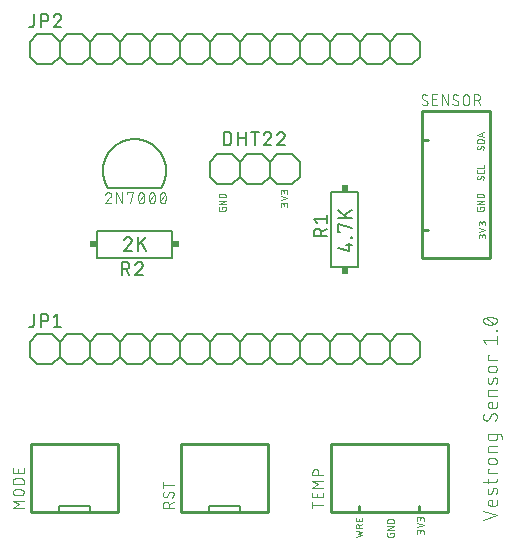
<source format=gbr>
G04 EAGLE Gerber RS-274X export*
G75*
%MOMM*%
%FSLAX34Y34*%
%LPD*%
%INSilkscreen Top*%
%IPPOS*%
%AMOC8*
5,1,8,0,0,1.08239X$1,22.5*%
G01*
%ADD10C,0.101600*%
%ADD11C,0.050800*%
%ADD12C,0.152400*%
%ADD13C,0.127000*%
%ADD14R,0.555000X0.600000*%
%ADD15C,0.076200*%
%ADD16R,0.600000X0.555000*%
%ADD17C,0.254000*%
%ADD18C,0.200000*%


D10*
X434848Y20828D02*
X446532Y24723D01*
X434848Y28617D01*
X446532Y34742D02*
X446532Y37987D01*
X446532Y34742D02*
X446530Y34655D01*
X446524Y34567D01*
X446514Y34481D01*
X446501Y34394D01*
X446483Y34309D01*
X446462Y34224D01*
X446437Y34140D01*
X446408Y34058D01*
X446375Y33977D01*
X446339Y33897D01*
X446300Y33819D01*
X446256Y33743D01*
X446210Y33669D01*
X446160Y33598D01*
X446107Y33528D01*
X446051Y33461D01*
X445992Y33397D01*
X445930Y33335D01*
X445866Y33276D01*
X445799Y33220D01*
X445729Y33167D01*
X445658Y33117D01*
X445584Y33071D01*
X445508Y33027D01*
X445430Y32988D01*
X445350Y32952D01*
X445269Y32919D01*
X445187Y32890D01*
X445103Y32865D01*
X445018Y32844D01*
X444933Y32826D01*
X444846Y32813D01*
X444760Y32803D01*
X444672Y32797D01*
X444585Y32795D01*
X444585Y32794D02*
X441339Y32794D01*
X441339Y32795D02*
X441238Y32797D01*
X441138Y32803D01*
X441038Y32813D01*
X440938Y32826D01*
X440839Y32844D01*
X440740Y32865D01*
X440643Y32890D01*
X440546Y32919D01*
X440451Y32952D01*
X440357Y32988D01*
X440265Y33028D01*
X440174Y33071D01*
X440085Y33118D01*
X439998Y33168D01*
X439912Y33222D01*
X439829Y33279D01*
X439749Y33339D01*
X439670Y33402D01*
X439594Y33469D01*
X439521Y33538D01*
X439451Y33610D01*
X439383Y33684D01*
X439318Y33761D01*
X439257Y33841D01*
X439198Y33923D01*
X439143Y34007D01*
X439091Y34093D01*
X439042Y34181D01*
X438997Y34271D01*
X438955Y34363D01*
X438917Y34456D01*
X438883Y34551D01*
X438852Y34646D01*
X438825Y34743D01*
X438802Y34841D01*
X438782Y34940D01*
X438767Y35040D01*
X438755Y35140D01*
X438747Y35240D01*
X438743Y35341D01*
X438743Y35441D01*
X438747Y35542D01*
X438755Y35642D01*
X438767Y35742D01*
X438782Y35842D01*
X438802Y35941D01*
X438825Y36039D01*
X438852Y36136D01*
X438883Y36231D01*
X438917Y36326D01*
X438955Y36419D01*
X438997Y36511D01*
X439042Y36601D01*
X439091Y36689D01*
X439143Y36775D01*
X439198Y36859D01*
X439257Y36941D01*
X439318Y37021D01*
X439383Y37098D01*
X439451Y37172D01*
X439521Y37244D01*
X439594Y37313D01*
X439670Y37380D01*
X439749Y37443D01*
X439829Y37503D01*
X439912Y37560D01*
X439998Y37614D01*
X440085Y37664D01*
X440174Y37711D01*
X440265Y37754D01*
X440357Y37794D01*
X440451Y37830D01*
X440546Y37863D01*
X440643Y37892D01*
X440740Y37917D01*
X440839Y37938D01*
X440938Y37956D01*
X441038Y37969D01*
X441138Y37979D01*
X441238Y37985D01*
X441339Y37987D01*
X442637Y37987D01*
X442637Y32794D01*
X441988Y43674D02*
X443286Y46919D01*
X441989Y43674D02*
X441956Y43599D01*
X441920Y43525D01*
X441881Y43453D01*
X441838Y43383D01*
X441792Y43316D01*
X441742Y43250D01*
X441690Y43188D01*
X441634Y43127D01*
X441576Y43070D01*
X441515Y43015D01*
X441451Y42964D01*
X441385Y42916D01*
X441316Y42871D01*
X441246Y42829D01*
X441173Y42791D01*
X441099Y42756D01*
X441023Y42725D01*
X440946Y42698D01*
X440867Y42675D01*
X440788Y42655D01*
X440707Y42640D01*
X440626Y42628D01*
X440544Y42620D01*
X440463Y42616D01*
X440381Y42617D01*
X440299Y42621D01*
X440217Y42629D01*
X440136Y42641D01*
X440056Y42657D01*
X439976Y42677D01*
X439898Y42701D01*
X439821Y42729D01*
X439745Y42760D01*
X439671Y42795D01*
X439599Y42833D01*
X439528Y42875D01*
X439460Y42921D01*
X439394Y42969D01*
X439331Y43021D01*
X439270Y43076D01*
X439212Y43134D01*
X439156Y43194D01*
X439104Y43257D01*
X439055Y43323D01*
X439009Y43391D01*
X438967Y43461D01*
X438927Y43533D01*
X438892Y43607D01*
X438860Y43682D01*
X438832Y43759D01*
X438808Y43837D01*
X438787Y43917D01*
X438770Y43997D01*
X438758Y44078D01*
X438749Y44159D01*
X438744Y44241D01*
X438743Y44323D01*
X438747Y44500D01*
X438756Y44677D01*
X438770Y44854D01*
X438787Y45031D01*
X438809Y45206D01*
X438834Y45382D01*
X438865Y45556D01*
X438899Y45730D01*
X438937Y45903D01*
X438980Y46075D01*
X439027Y46246D01*
X439077Y46416D01*
X439132Y46585D01*
X439191Y46752D01*
X439254Y46918D01*
X439321Y47082D01*
X439392Y47244D01*
X443286Y46919D02*
X443319Y46994D01*
X443355Y47068D01*
X443394Y47140D01*
X443437Y47210D01*
X443483Y47277D01*
X443533Y47343D01*
X443585Y47405D01*
X443641Y47466D01*
X443699Y47523D01*
X443760Y47578D01*
X443824Y47629D01*
X443890Y47677D01*
X443959Y47722D01*
X444029Y47764D01*
X444102Y47802D01*
X444176Y47837D01*
X444252Y47868D01*
X444329Y47895D01*
X444408Y47918D01*
X444488Y47938D01*
X444568Y47953D01*
X444649Y47965D01*
X444731Y47973D01*
X444812Y47977D01*
X444894Y47976D01*
X444976Y47972D01*
X445058Y47964D01*
X445139Y47952D01*
X445219Y47936D01*
X445299Y47916D01*
X445377Y47892D01*
X445454Y47864D01*
X445530Y47833D01*
X445604Y47798D01*
X445676Y47760D01*
X445747Y47718D01*
X445815Y47672D01*
X445881Y47624D01*
X445944Y47572D01*
X446005Y47517D01*
X446063Y47459D01*
X446119Y47399D01*
X446171Y47336D01*
X446220Y47270D01*
X446266Y47202D01*
X446308Y47132D01*
X446348Y47060D01*
X446383Y46986D01*
X446415Y46911D01*
X446443Y46834D01*
X446467Y46756D01*
X446488Y46676D01*
X446505Y46596D01*
X446517Y46515D01*
X446526Y46434D01*
X446531Y46352D01*
X446532Y46270D01*
X446532Y46271D02*
X446525Y46011D01*
X446512Y45751D01*
X446493Y45491D01*
X446468Y45232D01*
X446436Y44973D01*
X446399Y44716D01*
X446355Y44459D01*
X446306Y44203D01*
X446250Y43949D01*
X446189Y43696D01*
X446121Y43445D01*
X446047Y43195D01*
X445968Y42947D01*
X445883Y42701D01*
X438743Y51639D02*
X438743Y55534D01*
X434848Y52937D02*
X444585Y52937D01*
X444672Y52939D01*
X444760Y52945D01*
X444846Y52955D01*
X444933Y52968D01*
X445018Y52986D01*
X445103Y53007D01*
X445187Y53032D01*
X445269Y53061D01*
X445350Y53094D01*
X445430Y53130D01*
X445508Y53169D01*
X445584Y53213D01*
X445658Y53259D01*
X445729Y53309D01*
X445799Y53362D01*
X445866Y53418D01*
X445930Y53477D01*
X445992Y53539D01*
X446051Y53603D01*
X446107Y53670D01*
X446160Y53740D01*
X446210Y53811D01*
X446256Y53885D01*
X446300Y53961D01*
X446339Y54039D01*
X446375Y54119D01*
X446408Y54200D01*
X446437Y54282D01*
X446462Y54366D01*
X446483Y54451D01*
X446501Y54536D01*
X446514Y54623D01*
X446524Y54709D01*
X446530Y54797D01*
X446532Y54884D01*
X446532Y55534D01*
X446532Y60293D02*
X438743Y60293D01*
X438743Y64187D01*
X440041Y64187D01*
X441339Y67846D02*
X443936Y67846D01*
X441339Y67847D02*
X441238Y67849D01*
X441138Y67855D01*
X441038Y67865D01*
X440938Y67878D01*
X440839Y67896D01*
X440740Y67917D01*
X440643Y67942D01*
X440546Y67971D01*
X440451Y68004D01*
X440357Y68040D01*
X440265Y68080D01*
X440174Y68123D01*
X440085Y68170D01*
X439998Y68220D01*
X439912Y68274D01*
X439829Y68331D01*
X439749Y68391D01*
X439670Y68454D01*
X439594Y68521D01*
X439521Y68590D01*
X439451Y68662D01*
X439383Y68736D01*
X439318Y68813D01*
X439257Y68893D01*
X439198Y68975D01*
X439143Y69059D01*
X439091Y69145D01*
X439042Y69233D01*
X438997Y69323D01*
X438955Y69415D01*
X438917Y69508D01*
X438883Y69603D01*
X438852Y69698D01*
X438825Y69795D01*
X438802Y69893D01*
X438782Y69992D01*
X438767Y70092D01*
X438755Y70192D01*
X438747Y70292D01*
X438743Y70393D01*
X438743Y70493D01*
X438747Y70594D01*
X438755Y70694D01*
X438767Y70794D01*
X438782Y70894D01*
X438802Y70993D01*
X438825Y71091D01*
X438852Y71188D01*
X438883Y71283D01*
X438917Y71378D01*
X438955Y71471D01*
X438997Y71563D01*
X439042Y71653D01*
X439091Y71741D01*
X439143Y71827D01*
X439198Y71911D01*
X439257Y71993D01*
X439318Y72073D01*
X439383Y72150D01*
X439451Y72224D01*
X439521Y72296D01*
X439594Y72365D01*
X439670Y72432D01*
X439749Y72495D01*
X439829Y72555D01*
X439912Y72612D01*
X439998Y72666D01*
X440085Y72716D01*
X440174Y72763D01*
X440265Y72806D01*
X440357Y72846D01*
X440451Y72882D01*
X440546Y72915D01*
X440643Y72944D01*
X440740Y72969D01*
X440839Y72990D01*
X440938Y73008D01*
X441038Y73021D01*
X441138Y73031D01*
X441238Y73037D01*
X441339Y73039D01*
X443936Y73039D01*
X444037Y73037D01*
X444137Y73031D01*
X444237Y73021D01*
X444337Y73008D01*
X444436Y72990D01*
X444535Y72969D01*
X444632Y72944D01*
X444729Y72915D01*
X444824Y72882D01*
X444918Y72846D01*
X445010Y72806D01*
X445101Y72763D01*
X445190Y72716D01*
X445277Y72666D01*
X445363Y72612D01*
X445446Y72555D01*
X445526Y72495D01*
X445605Y72432D01*
X445681Y72365D01*
X445754Y72296D01*
X445824Y72224D01*
X445892Y72150D01*
X445957Y72073D01*
X446018Y71993D01*
X446077Y71911D01*
X446132Y71827D01*
X446184Y71741D01*
X446233Y71653D01*
X446278Y71563D01*
X446320Y71471D01*
X446358Y71378D01*
X446392Y71283D01*
X446423Y71188D01*
X446450Y71091D01*
X446473Y70993D01*
X446493Y70894D01*
X446508Y70794D01*
X446520Y70694D01*
X446528Y70594D01*
X446532Y70493D01*
X446532Y70393D01*
X446528Y70292D01*
X446520Y70192D01*
X446508Y70092D01*
X446493Y69992D01*
X446473Y69893D01*
X446450Y69795D01*
X446423Y69698D01*
X446392Y69603D01*
X446358Y69508D01*
X446320Y69415D01*
X446278Y69323D01*
X446233Y69233D01*
X446184Y69145D01*
X446132Y69059D01*
X446077Y68975D01*
X446018Y68893D01*
X445957Y68813D01*
X445892Y68736D01*
X445824Y68662D01*
X445754Y68590D01*
X445681Y68521D01*
X445605Y68454D01*
X445526Y68391D01*
X445446Y68331D01*
X445363Y68274D01*
X445277Y68220D01*
X445190Y68170D01*
X445101Y68123D01*
X445010Y68080D01*
X444918Y68040D01*
X444824Y68004D01*
X444729Y67971D01*
X444632Y67942D01*
X444535Y67917D01*
X444436Y67896D01*
X444337Y67878D01*
X444237Y67865D01*
X444137Y67855D01*
X444037Y67849D01*
X443936Y67847D01*
X446532Y78133D02*
X438743Y78133D01*
X438743Y81379D01*
X438745Y81466D01*
X438751Y81554D01*
X438761Y81640D01*
X438774Y81727D01*
X438792Y81812D01*
X438813Y81897D01*
X438838Y81981D01*
X438867Y82063D01*
X438900Y82144D01*
X438936Y82224D01*
X438975Y82302D01*
X439019Y82378D01*
X439065Y82452D01*
X439115Y82523D01*
X439168Y82593D01*
X439224Y82660D01*
X439283Y82724D01*
X439344Y82786D01*
X439409Y82845D01*
X439476Y82901D01*
X439546Y82954D01*
X439617Y83004D01*
X439691Y83050D01*
X439767Y83094D01*
X439845Y83133D01*
X439925Y83169D01*
X440006Y83202D01*
X440088Y83231D01*
X440172Y83256D01*
X440257Y83277D01*
X440342Y83295D01*
X440429Y83308D01*
X440515Y83318D01*
X440603Y83324D01*
X440690Y83326D01*
X446532Y83326D01*
X446532Y90309D02*
X446532Y93554D01*
X446532Y90309D02*
X446530Y90222D01*
X446524Y90134D01*
X446514Y90048D01*
X446501Y89961D01*
X446483Y89876D01*
X446462Y89791D01*
X446437Y89707D01*
X446408Y89625D01*
X446375Y89544D01*
X446339Y89464D01*
X446300Y89386D01*
X446256Y89310D01*
X446210Y89236D01*
X446160Y89165D01*
X446107Y89095D01*
X446051Y89028D01*
X445992Y88964D01*
X445930Y88902D01*
X445866Y88843D01*
X445799Y88787D01*
X445729Y88734D01*
X445658Y88684D01*
X445584Y88638D01*
X445508Y88594D01*
X445430Y88555D01*
X445350Y88519D01*
X445269Y88486D01*
X445187Y88457D01*
X445103Y88432D01*
X445018Y88411D01*
X444933Y88393D01*
X444846Y88380D01*
X444760Y88370D01*
X444672Y88364D01*
X444585Y88362D01*
X444585Y88361D02*
X440690Y88361D01*
X440690Y88362D02*
X440603Y88364D01*
X440515Y88370D01*
X440429Y88380D01*
X440342Y88393D01*
X440257Y88411D01*
X440172Y88432D01*
X440088Y88457D01*
X440006Y88486D01*
X439925Y88519D01*
X439845Y88555D01*
X439767Y88594D01*
X439691Y88638D01*
X439617Y88684D01*
X439546Y88734D01*
X439476Y88787D01*
X439409Y88843D01*
X439345Y88902D01*
X439283Y88964D01*
X439224Y89028D01*
X439168Y89095D01*
X439115Y89165D01*
X439065Y89236D01*
X439019Y89310D01*
X438975Y89386D01*
X438936Y89464D01*
X438900Y89544D01*
X438867Y89625D01*
X438838Y89707D01*
X438813Y89791D01*
X438792Y89876D01*
X438774Y89961D01*
X438761Y90048D01*
X438751Y90134D01*
X438745Y90222D01*
X438743Y90309D01*
X438743Y93554D01*
X448479Y93554D01*
X448566Y93552D01*
X448654Y93546D01*
X448740Y93536D01*
X448827Y93523D01*
X448912Y93505D01*
X448997Y93484D01*
X449081Y93459D01*
X449163Y93430D01*
X449244Y93397D01*
X449324Y93361D01*
X449402Y93322D01*
X449478Y93278D01*
X449552Y93232D01*
X449623Y93182D01*
X449693Y93129D01*
X449760Y93073D01*
X449824Y93014D01*
X449886Y92952D01*
X449945Y92888D01*
X450001Y92821D01*
X450054Y92751D01*
X450104Y92680D01*
X450150Y92606D01*
X450194Y92530D01*
X450233Y92452D01*
X450269Y92372D01*
X450302Y92291D01*
X450331Y92209D01*
X450356Y92125D01*
X450377Y92040D01*
X450395Y91955D01*
X450408Y91868D01*
X450418Y91782D01*
X450424Y91694D01*
X450426Y91607D01*
X450427Y91607D02*
X450427Y89010D01*
X446532Y108430D02*
X446530Y108529D01*
X446524Y108629D01*
X446515Y108728D01*
X446502Y108826D01*
X446485Y108924D01*
X446464Y109022D01*
X446439Y109118D01*
X446411Y109213D01*
X446379Y109307D01*
X446344Y109400D01*
X446305Y109492D01*
X446262Y109582D01*
X446217Y109670D01*
X446167Y109757D01*
X446115Y109841D01*
X446059Y109924D01*
X446001Y110004D01*
X445939Y110082D01*
X445874Y110157D01*
X445806Y110230D01*
X445736Y110300D01*
X445663Y110368D01*
X445588Y110433D01*
X445510Y110495D01*
X445430Y110553D01*
X445347Y110609D01*
X445263Y110661D01*
X445176Y110711D01*
X445088Y110756D01*
X444998Y110799D01*
X444906Y110838D01*
X444813Y110873D01*
X444719Y110905D01*
X444624Y110933D01*
X444528Y110958D01*
X444430Y110979D01*
X444332Y110996D01*
X444234Y111009D01*
X444135Y111018D01*
X444035Y111024D01*
X443936Y111026D01*
X446532Y108430D02*
X446530Y108286D01*
X446524Y108141D01*
X446515Y107997D01*
X446502Y107854D01*
X446485Y107710D01*
X446464Y107567D01*
X446439Y107425D01*
X446411Y107284D01*
X446379Y107143D01*
X446343Y107003D01*
X446304Y106864D01*
X446261Y106726D01*
X446214Y106590D01*
X446164Y106454D01*
X446110Y106320D01*
X446053Y106188D01*
X445992Y106057D01*
X445928Y105928D01*
X445860Y105800D01*
X445790Y105674D01*
X445715Y105550D01*
X445638Y105429D01*
X445557Y105309D01*
X445474Y105191D01*
X445387Y105076D01*
X445297Y104963D01*
X445204Y104852D01*
X445109Y104744D01*
X445010Y104638D01*
X444909Y104535D01*
X437444Y104860D02*
X437345Y104862D01*
X437245Y104868D01*
X437146Y104877D01*
X437048Y104890D01*
X436950Y104907D01*
X436852Y104928D01*
X436756Y104953D01*
X436661Y104981D01*
X436567Y105013D01*
X436474Y105048D01*
X436382Y105087D01*
X436292Y105130D01*
X436204Y105175D01*
X436117Y105225D01*
X436033Y105277D01*
X435950Y105333D01*
X435870Y105391D01*
X435792Y105453D01*
X435717Y105518D01*
X435644Y105586D01*
X435574Y105656D01*
X435506Y105729D01*
X435441Y105804D01*
X435379Y105882D01*
X435321Y105962D01*
X435265Y106045D01*
X435213Y106129D01*
X435163Y106216D01*
X435118Y106304D01*
X435075Y106394D01*
X435036Y106486D01*
X435001Y106579D01*
X434969Y106673D01*
X434941Y106768D01*
X434916Y106864D01*
X434895Y106962D01*
X434878Y107060D01*
X434865Y107158D01*
X434856Y107257D01*
X434850Y107357D01*
X434848Y107456D01*
X434850Y107592D01*
X434856Y107728D01*
X434865Y107864D01*
X434878Y108000D01*
X434896Y108135D01*
X434916Y108269D01*
X434941Y108403D01*
X434969Y108537D01*
X435002Y108669D01*
X435037Y108800D01*
X435077Y108931D01*
X435120Y109060D01*
X435166Y109188D01*
X435217Y109314D01*
X435270Y109440D01*
X435328Y109563D01*
X435388Y109685D01*
X435452Y109805D01*
X435520Y109924D01*
X435590Y110040D01*
X435664Y110154D01*
X435741Y110267D01*
X435822Y110377D01*
X439716Y106158D02*
X439663Y106072D01*
X439606Y105988D01*
X439547Y105906D01*
X439484Y105826D01*
X439418Y105749D01*
X439350Y105674D01*
X439278Y105602D01*
X439204Y105533D01*
X439127Y105467D01*
X439048Y105404D01*
X438966Y105344D01*
X438882Y105287D01*
X438796Y105233D01*
X438708Y105183D01*
X438618Y105136D01*
X438527Y105092D01*
X438433Y105053D01*
X438339Y105016D01*
X438243Y104984D01*
X438145Y104955D01*
X438047Y104930D01*
X437948Y104909D01*
X437848Y104891D01*
X437748Y104878D01*
X437647Y104868D01*
X437545Y104862D01*
X437444Y104860D01*
X441664Y109728D02*
X441717Y109814D01*
X441774Y109898D01*
X441833Y109980D01*
X441896Y110060D01*
X441962Y110137D01*
X442030Y110212D01*
X442102Y110284D01*
X442176Y110353D01*
X442253Y110419D01*
X442332Y110482D01*
X442414Y110542D01*
X442498Y110599D01*
X442584Y110653D01*
X442672Y110703D01*
X442762Y110750D01*
X442853Y110794D01*
X442947Y110833D01*
X443041Y110870D01*
X443137Y110902D01*
X443235Y110931D01*
X443333Y110956D01*
X443432Y110977D01*
X443532Y110995D01*
X443632Y111008D01*
X443733Y111018D01*
X443835Y111024D01*
X443936Y111026D01*
X441664Y109728D02*
X439716Y106158D01*
X446532Y117418D02*
X446532Y120664D01*
X446532Y117418D02*
X446530Y117331D01*
X446524Y117243D01*
X446514Y117157D01*
X446501Y117070D01*
X446483Y116985D01*
X446462Y116900D01*
X446437Y116816D01*
X446408Y116734D01*
X446375Y116653D01*
X446339Y116573D01*
X446300Y116495D01*
X446256Y116419D01*
X446210Y116345D01*
X446160Y116274D01*
X446107Y116204D01*
X446051Y116137D01*
X445992Y116073D01*
X445930Y116011D01*
X445866Y115952D01*
X445799Y115896D01*
X445729Y115843D01*
X445658Y115793D01*
X445584Y115747D01*
X445508Y115703D01*
X445430Y115664D01*
X445350Y115628D01*
X445269Y115595D01*
X445187Y115566D01*
X445103Y115541D01*
X445018Y115520D01*
X444933Y115502D01*
X444846Y115489D01*
X444760Y115479D01*
X444672Y115473D01*
X444585Y115471D01*
X441339Y115471D01*
X441339Y115472D02*
X441238Y115474D01*
X441138Y115480D01*
X441038Y115490D01*
X440938Y115503D01*
X440839Y115521D01*
X440740Y115542D01*
X440643Y115567D01*
X440546Y115596D01*
X440451Y115629D01*
X440357Y115665D01*
X440265Y115705D01*
X440174Y115748D01*
X440085Y115795D01*
X439998Y115845D01*
X439912Y115899D01*
X439829Y115956D01*
X439749Y116016D01*
X439670Y116079D01*
X439594Y116146D01*
X439521Y116215D01*
X439451Y116287D01*
X439383Y116361D01*
X439318Y116438D01*
X439257Y116518D01*
X439198Y116600D01*
X439143Y116684D01*
X439091Y116770D01*
X439042Y116858D01*
X438997Y116948D01*
X438955Y117040D01*
X438917Y117133D01*
X438883Y117228D01*
X438852Y117323D01*
X438825Y117420D01*
X438802Y117518D01*
X438782Y117617D01*
X438767Y117717D01*
X438755Y117817D01*
X438747Y117917D01*
X438743Y118018D01*
X438743Y118118D01*
X438747Y118219D01*
X438755Y118319D01*
X438767Y118419D01*
X438782Y118519D01*
X438802Y118618D01*
X438825Y118716D01*
X438852Y118813D01*
X438883Y118908D01*
X438917Y119003D01*
X438955Y119096D01*
X438997Y119188D01*
X439042Y119278D01*
X439091Y119366D01*
X439143Y119452D01*
X439198Y119536D01*
X439257Y119618D01*
X439318Y119698D01*
X439383Y119775D01*
X439451Y119849D01*
X439521Y119921D01*
X439594Y119990D01*
X439670Y120057D01*
X439749Y120120D01*
X439829Y120180D01*
X439912Y120237D01*
X439998Y120291D01*
X440085Y120341D01*
X440174Y120388D01*
X440265Y120431D01*
X440357Y120471D01*
X440451Y120507D01*
X440546Y120540D01*
X440643Y120569D01*
X440740Y120594D01*
X440839Y120615D01*
X440938Y120633D01*
X441038Y120646D01*
X441138Y120656D01*
X441238Y120662D01*
X441339Y120664D01*
X442637Y120664D01*
X442637Y115471D01*
X446532Y125758D02*
X438743Y125758D01*
X438743Y129004D01*
X438745Y129091D01*
X438751Y129179D01*
X438761Y129265D01*
X438774Y129352D01*
X438792Y129437D01*
X438813Y129522D01*
X438838Y129606D01*
X438867Y129688D01*
X438900Y129769D01*
X438936Y129849D01*
X438975Y129927D01*
X439019Y130003D01*
X439065Y130077D01*
X439115Y130148D01*
X439168Y130218D01*
X439224Y130285D01*
X439283Y130349D01*
X439344Y130411D01*
X439409Y130470D01*
X439476Y130526D01*
X439546Y130579D01*
X439617Y130629D01*
X439691Y130675D01*
X439767Y130719D01*
X439845Y130758D01*
X439925Y130794D01*
X440006Y130827D01*
X440088Y130856D01*
X440172Y130881D01*
X440257Y130902D01*
X440342Y130920D01*
X440429Y130933D01*
X440515Y130943D01*
X440603Y130949D01*
X440690Y130951D01*
X446532Y130951D01*
X441988Y137019D02*
X443286Y140264D01*
X441989Y137019D02*
X441956Y136944D01*
X441920Y136870D01*
X441881Y136798D01*
X441838Y136728D01*
X441792Y136661D01*
X441742Y136595D01*
X441690Y136533D01*
X441634Y136472D01*
X441576Y136415D01*
X441515Y136360D01*
X441451Y136309D01*
X441385Y136261D01*
X441316Y136216D01*
X441246Y136174D01*
X441173Y136136D01*
X441099Y136101D01*
X441023Y136070D01*
X440946Y136043D01*
X440867Y136020D01*
X440788Y136000D01*
X440707Y135985D01*
X440626Y135973D01*
X440544Y135965D01*
X440463Y135961D01*
X440381Y135962D01*
X440299Y135966D01*
X440217Y135974D01*
X440136Y135986D01*
X440056Y136002D01*
X439976Y136022D01*
X439898Y136046D01*
X439821Y136074D01*
X439745Y136105D01*
X439671Y136140D01*
X439599Y136178D01*
X439528Y136220D01*
X439460Y136266D01*
X439394Y136314D01*
X439331Y136366D01*
X439270Y136421D01*
X439212Y136479D01*
X439156Y136539D01*
X439104Y136602D01*
X439055Y136668D01*
X439009Y136736D01*
X438967Y136806D01*
X438927Y136878D01*
X438892Y136952D01*
X438860Y137027D01*
X438832Y137104D01*
X438808Y137182D01*
X438787Y137262D01*
X438770Y137342D01*
X438758Y137423D01*
X438749Y137504D01*
X438744Y137586D01*
X438743Y137668D01*
X438747Y137845D01*
X438756Y138022D01*
X438770Y138199D01*
X438787Y138376D01*
X438809Y138551D01*
X438834Y138727D01*
X438865Y138901D01*
X438899Y139075D01*
X438937Y139248D01*
X438980Y139420D01*
X439027Y139591D01*
X439077Y139761D01*
X439132Y139930D01*
X439191Y140097D01*
X439254Y140263D01*
X439321Y140427D01*
X439392Y140589D01*
X443286Y140264D02*
X443319Y140339D01*
X443355Y140413D01*
X443394Y140485D01*
X443437Y140555D01*
X443483Y140622D01*
X443533Y140688D01*
X443585Y140750D01*
X443641Y140811D01*
X443699Y140868D01*
X443760Y140923D01*
X443824Y140974D01*
X443890Y141022D01*
X443959Y141067D01*
X444029Y141109D01*
X444102Y141147D01*
X444176Y141182D01*
X444252Y141213D01*
X444329Y141240D01*
X444408Y141263D01*
X444488Y141283D01*
X444568Y141298D01*
X444649Y141310D01*
X444731Y141318D01*
X444812Y141322D01*
X444894Y141321D01*
X444976Y141317D01*
X445058Y141309D01*
X445139Y141297D01*
X445219Y141281D01*
X445299Y141261D01*
X445377Y141237D01*
X445454Y141209D01*
X445530Y141178D01*
X445604Y141143D01*
X445676Y141105D01*
X445747Y141063D01*
X445815Y141017D01*
X445881Y140969D01*
X445944Y140917D01*
X446005Y140862D01*
X446063Y140804D01*
X446119Y140744D01*
X446171Y140681D01*
X446220Y140615D01*
X446266Y140547D01*
X446308Y140477D01*
X446348Y140405D01*
X446383Y140331D01*
X446415Y140256D01*
X446443Y140179D01*
X446467Y140101D01*
X446488Y140021D01*
X446505Y139941D01*
X446517Y139860D01*
X446526Y139779D01*
X446531Y139697D01*
X446532Y139615D01*
X446525Y139355D01*
X446512Y139095D01*
X446493Y138835D01*
X446468Y138576D01*
X446436Y138317D01*
X446399Y138060D01*
X446355Y137803D01*
X446306Y137547D01*
X446250Y137293D01*
X446189Y137040D01*
X446121Y136789D01*
X446047Y136539D01*
X445968Y136291D01*
X445883Y136045D01*
X443936Y145951D02*
X441339Y145951D01*
X441339Y145952D02*
X441238Y145954D01*
X441138Y145960D01*
X441038Y145970D01*
X440938Y145983D01*
X440839Y146001D01*
X440740Y146022D01*
X440643Y146047D01*
X440546Y146076D01*
X440451Y146109D01*
X440357Y146145D01*
X440265Y146185D01*
X440174Y146228D01*
X440085Y146275D01*
X439998Y146325D01*
X439912Y146379D01*
X439829Y146436D01*
X439749Y146496D01*
X439670Y146559D01*
X439594Y146626D01*
X439521Y146695D01*
X439451Y146767D01*
X439383Y146841D01*
X439318Y146918D01*
X439257Y146998D01*
X439198Y147080D01*
X439143Y147164D01*
X439091Y147250D01*
X439042Y147338D01*
X438997Y147428D01*
X438955Y147520D01*
X438917Y147613D01*
X438883Y147708D01*
X438852Y147803D01*
X438825Y147900D01*
X438802Y147998D01*
X438782Y148097D01*
X438767Y148197D01*
X438755Y148297D01*
X438747Y148397D01*
X438743Y148498D01*
X438743Y148598D01*
X438747Y148699D01*
X438755Y148799D01*
X438767Y148899D01*
X438782Y148999D01*
X438802Y149098D01*
X438825Y149196D01*
X438852Y149293D01*
X438883Y149388D01*
X438917Y149483D01*
X438955Y149576D01*
X438997Y149668D01*
X439042Y149758D01*
X439091Y149846D01*
X439143Y149932D01*
X439198Y150016D01*
X439257Y150098D01*
X439318Y150178D01*
X439383Y150255D01*
X439451Y150329D01*
X439521Y150401D01*
X439594Y150470D01*
X439670Y150537D01*
X439749Y150600D01*
X439829Y150660D01*
X439912Y150717D01*
X439998Y150771D01*
X440085Y150821D01*
X440174Y150868D01*
X440265Y150911D01*
X440357Y150951D01*
X440451Y150987D01*
X440546Y151020D01*
X440643Y151049D01*
X440740Y151074D01*
X440839Y151095D01*
X440938Y151113D01*
X441038Y151126D01*
X441138Y151136D01*
X441238Y151142D01*
X441339Y151144D01*
X443936Y151144D01*
X444037Y151142D01*
X444137Y151136D01*
X444237Y151126D01*
X444337Y151113D01*
X444436Y151095D01*
X444535Y151074D01*
X444632Y151049D01*
X444729Y151020D01*
X444824Y150987D01*
X444918Y150951D01*
X445010Y150911D01*
X445101Y150868D01*
X445190Y150821D01*
X445277Y150771D01*
X445363Y150717D01*
X445446Y150660D01*
X445526Y150600D01*
X445605Y150537D01*
X445681Y150470D01*
X445754Y150401D01*
X445824Y150329D01*
X445892Y150255D01*
X445957Y150178D01*
X446018Y150098D01*
X446077Y150016D01*
X446132Y149932D01*
X446184Y149846D01*
X446233Y149758D01*
X446278Y149668D01*
X446320Y149576D01*
X446358Y149483D01*
X446392Y149388D01*
X446423Y149293D01*
X446450Y149196D01*
X446473Y149098D01*
X446493Y148999D01*
X446508Y148899D01*
X446520Y148799D01*
X446528Y148699D01*
X446532Y148598D01*
X446532Y148498D01*
X446528Y148397D01*
X446520Y148297D01*
X446508Y148197D01*
X446493Y148097D01*
X446473Y147998D01*
X446450Y147900D01*
X446423Y147803D01*
X446392Y147708D01*
X446358Y147613D01*
X446320Y147520D01*
X446278Y147428D01*
X446233Y147338D01*
X446184Y147250D01*
X446132Y147164D01*
X446077Y147080D01*
X446018Y146998D01*
X445957Y146918D01*
X445892Y146841D01*
X445824Y146767D01*
X445754Y146695D01*
X445681Y146626D01*
X445605Y146559D01*
X445526Y146496D01*
X445446Y146436D01*
X445363Y146379D01*
X445277Y146325D01*
X445190Y146275D01*
X445101Y146228D01*
X445010Y146185D01*
X444918Y146145D01*
X444824Y146109D01*
X444729Y146076D01*
X444632Y146047D01*
X444535Y146022D01*
X444436Y146001D01*
X444337Y145983D01*
X444237Y145970D01*
X444137Y145960D01*
X444037Y145954D01*
X443936Y145952D01*
X446532Y156305D02*
X438743Y156305D01*
X438743Y160199D01*
X440041Y160199D01*
X437444Y170067D02*
X434848Y173313D01*
X446532Y173313D01*
X446532Y176558D02*
X446532Y170067D01*
X446532Y180989D02*
X445883Y180989D01*
X445883Y181638D01*
X446532Y181638D01*
X446532Y180989D01*
X440690Y186069D02*
X440460Y186072D01*
X440230Y186080D01*
X440001Y186094D01*
X439772Y186113D01*
X439543Y186138D01*
X439315Y186168D01*
X439088Y186203D01*
X438862Y186244D01*
X438637Y186290D01*
X438413Y186342D01*
X438190Y186399D01*
X437969Y186461D01*
X437749Y186529D01*
X437531Y186602D01*
X437315Y186680D01*
X437101Y186763D01*
X436889Y186851D01*
X436678Y186944D01*
X436471Y187043D01*
X436471Y187042D02*
X436381Y187075D01*
X436292Y187111D01*
X436204Y187151D01*
X436119Y187195D01*
X436035Y187242D01*
X435953Y187292D01*
X435873Y187346D01*
X435796Y187402D01*
X435720Y187462D01*
X435647Y187525D01*
X435577Y187590D01*
X435509Y187659D01*
X435445Y187730D01*
X435383Y187803D01*
X435324Y187879D01*
X435268Y187957D01*
X435215Y188038D01*
X435166Y188120D01*
X435120Y188204D01*
X435077Y188291D01*
X435038Y188378D01*
X435002Y188468D01*
X434970Y188558D01*
X434942Y188650D01*
X434917Y188743D01*
X434896Y188837D01*
X434879Y188931D01*
X434865Y189026D01*
X434856Y189122D01*
X434850Y189218D01*
X434848Y189314D01*
X434850Y189410D01*
X434856Y189506D01*
X434865Y189602D01*
X434879Y189697D01*
X434896Y189791D01*
X434917Y189885D01*
X434942Y189978D01*
X434970Y190070D01*
X435002Y190160D01*
X435038Y190250D01*
X435077Y190338D01*
X435120Y190424D01*
X435166Y190508D01*
X435215Y190590D01*
X435268Y190671D01*
X435324Y190749D01*
X435383Y190825D01*
X435445Y190898D01*
X435509Y190969D01*
X435577Y191038D01*
X435647Y191103D01*
X435720Y191166D01*
X435796Y191226D01*
X435873Y191282D01*
X435953Y191336D01*
X436035Y191386D01*
X436119Y191433D01*
X436204Y191477D01*
X436292Y191517D01*
X436381Y191553D01*
X436471Y191586D01*
X436678Y191685D01*
X436889Y191778D01*
X437101Y191866D01*
X437315Y191949D01*
X437531Y192027D01*
X437749Y192100D01*
X437969Y192168D01*
X438190Y192230D01*
X438413Y192287D01*
X438637Y192339D01*
X438862Y192385D01*
X439088Y192426D01*
X439315Y192461D01*
X439543Y192491D01*
X439772Y192516D01*
X440001Y192535D01*
X440230Y192549D01*
X440460Y192557D01*
X440690Y192560D01*
X440690Y186069D02*
X440920Y186072D01*
X441150Y186080D01*
X441379Y186094D01*
X441608Y186113D01*
X441837Y186138D01*
X442065Y186168D01*
X442292Y186203D01*
X442518Y186244D01*
X442743Y186290D01*
X442967Y186342D01*
X443190Y186399D01*
X443411Y186461D01*
X443631Y186529D01*
X443849Y186602D01*
X444065Y186680D01*
X444279Y186763D01*
X444491Y186851D01*
X444702Y186944D01*
X444909Y187043D01*
X444909Y187042D02*
X444999Y187075D01*
X445088Y187111D01*
X445176Y187152D01*
X445261Y187195D01*
X445345Y187242D01*
X445427Y187292D01*
X445507Y187346D01*
X445584Y187402D01*
X445660Y187462D01*
X445733Y187525D01*
X445803Y187590D01*
X445871Y187659D01*
X445935Y187730D01*
X445997Y187803D01*
X446056Y187879D01*
X446112Y187957D01*
X446165Y188038D01*
X446214Y188120D01*
X446260Y188204D01*
X446303Y188291D01*
X446342Y188378D01*
X446378Y188468D01*
X446410Y188558D01*
X446438Y188650D01*
X446463Y188743D01*
X446484Y188837D01*
X446501Y188931D01*
X446515Y189026D01*
X446524Y189122D01*
X446530Y189218D01*
X446532Y189314D01*
X444909Y191586D02*
X444702Y191685D01*
X444491Y191778D01*
X444279Y191866D01*
X444065Y191949D01*
X443849Y192027D01*
X443631Y192100D01*
X443411Y192168D01*
X443190Y192230D01*
X442967Y192287D01*
X442743Y192339D01*
X442518Y192385D01*
X442292Y192426D01*
X442065Y192461D01*
X441837Y192491D01*
X441608Y192516D01*
X441379Y192535D01*
X441150Y192549D01*
X440920Y192557D01*
X440690Y192560D01*
X444909Y191586D02*
X444999Y191553D01*
X445088Y191517D01*
X445176Y191477D01*
X445261Y191433D01*
X445345Y191386D01*
X445427Y191336D01*
X445507Y191282D01*
X445584Y191226D01*
X445660Y191166D01*
X445733Y191103D01*
X445803Y191038D01*
X445871Y190969D01*
X445935Y190898D01*
X445997Y190825D01*
X446056Y190749D01*
X446112Y190671D01*
X446165Y190590D01*
X446214Y190508D01*
X446260Y190424D01*
X446303Y190337D01*
X446342Y190250D01*
X446378Y190160D01*
X446410Y190070D01*
X446438Y189978D01*
X446463Y189885D01*
X446484Y189791D01*
X446501Y189697D01*
X446515Y189602D01*
X446524Y189506D01*
X446530Y189410D01*
X446532Y189314D01*
X443936Y186718D02*
X437444Y191911D01*
D11*
X436626Y259334D02*
X436626Y260886D01*
X436624Y260963D01*
X436618Y261041D01*
X436609Y261117D01*
X436595Y261194D01*
X436578Y261269D01*
X436557Y261343D01*
X436532Y261417D01*
X436504Y261489D01*
X436472Y261559D01*
X436437Y261628D01*
X436398Y261695D01*
X436356Y261760D01*
X436311Y261823D01*
X436263Y261884D01*
X436212Y261942D01*
X436158Y261997D01*
X436101Y262050D01*
X436042Y262099D01*
X435980Y262146D01*
X435916Y262190D01*
X435850Y262230D01*
X435782Y262267D01*
X435712Y262301D01*
X435641Y262331D01*
X435568Y262357D01*
X435494Y262380D01*
X435419Y262399D01*
X435344Y262414D01*
X435267Y262426D01*
X435190Y262434D01*
X435113Y262438D01*
X435035Y262438D01*
X434958Y262434D01*
X434881Y262426D01*
X434804Y262414D01*
X434729Y262399D01*
X434654Y262380D01*
X434580Y262357D01*
X434507Y262331D01*
X434436Y262301D01*
X434366Y262267D01*
X434298Y262230D01*
X434232Y262190D01*
X434168Y262146D01*
X434106Y262099D01*
X434047Y262050D01*
X433990Y261997D01*
X433936Y261942D01*
X433885Y261884D01*
X433837Y261823D01*
X433792Y261760D01*
X433750Y261695D01*
X433711Y261628D01*
X433676Y261559D01*
X433644Y261489D01*
X433616Y261417D01*
X433591Y261343D01*
X433570Y261269D01*
X433553Y261194D01*
X433539Y261117D01*
X433530Y261041D01*
X433524Y260963D01*
X433522Y260886D01*
X431038Y261197D02*
X431038Y259334D01*
X431038Y261197D02*
X431040Y261267D01*
X431046Y261336D01*
X431056Y261405D01*
X431069Y261473D01*
X431087Y261541D01*
X431108Y261607D01*
X431133Y261672D01*
X431161Y261736D01*
X431193Y261798D01*
X431228Y261858D01*
X431267Y261916D01*
X431309Y261971D01*
X431354Y262025D01*
X431402Y262075D01*
X431452Y262123D01*
X431506Y262168D01*
X431561Y262210D01*
X431619Y262249D01*
X431679Y262284D01*
X431741Y262316D01*
X431805Y262344D01*
X431870Y262369D01*
X431936Y262390D01*
X432004Y262408D01*
X432072Y262421D01*
X432141Y262431D01*
X432210Y262437D01*
X432280Y262439D01*
X432350Y262437D01*
X432419Y262431D01*
X432488Y262421D01*
X432556Y262408D01*
X432624Y262390D01*
X432690Y262369D01*
X432755Y262344D01*
X432819Y262316D01*
X432881Y262284D01*
X432941Y262249D01*
X432999Y262210D01*
X433054Y262168D01*
X433108Y262123D01*
X433158Y262075D01*
X433206Y262025D01*
X433251Y261971D01*
X433293Y261916D01*
X433332Y261858D01*
X433367Y261798D01*
X433399Y261736D01*
X433427Y261672D01*
X433452Y261607D01*
X433473Y261541D01*
X433491Y261473D01*
X433504Y261405D01*
X433514Y261336D01*
X433520Y261267D01*
X433522Y261197D01*
X433522Y259955D01*
X431038Y264510D02*
X436626Y266373D01*
X431038Y268235D01*
X436626Y270307D02*
X436626Y271859D01*
X436624Y271936D01*
X436618Y272014D01*
X436609Y272090D01*
X436595Y272167D01*
X436578Y272242D01*
X436557Y272316D01*
X436532Y272390D01*
X436504Y272462D01*
X436472Y272532D01*
X436437Y272601D01*
X436398Y272668D01*
X436356Y272733D01*
X436311Y272796D01*
X436263Y272857D01*
X436212Y272915D01*
X436158Y272970D01*
X436101Y273023D01*
X436042Y273072D01*
X435980Y273119D01*
X435916Y273163D01*
X435850Y273203D01*
X435782Y273240D01*
X435712Y273274D01*
X435641Y273304D01*
X435568Y273330D01*
X435494Y273353D01*
X435419Y273372D01*
X435344Y273387D01*
X435267Y273399D01*
X435190Y273407D01*
X435113Y273411D01*
X435035Y273411D01*
X434958Y273407D01*
X434881Y273399D01*
X434804Y273387D01*
X434729Y273372D01*
X434654Y273353D01*
X434580Y273330D01*
X434507Y273304D01*
X434436Y273274D01*
X434366Y273240D01*
X434298Y273203D01*
X434232Y273163D01*
X434168Y273119D01*
X434106Y273072D01*
X434047Y273023D01*
X433990Y272970D01*
X433936Y272915D01*
X433885Y272857D01*
X433837Y272796D01*
X433792Y272733D01*
X433750Y272668D01*
X433711Y272601D01*
X433676Y272532D01*
X433644Y272462D01*
X433616Y272390D01*
X433591Y272316D01*
X433570Y272242D01*
X433553Y272167D01*
X433539Y272090D01*
X433530Y272014D01*
X433524Y271936D01*
X433522Y271859D01*
X431038Y272169D02*
X431038Y270307D01*
X431038Y272169D02*
X431040Y272239D01*
X431046Y272308D01*
X431056Y272377D01*
X431069Y272445D01*
X431087Y272513D01*
X431108Y272579D01*
X431133Y272644D01*
X431161Y272708D01*
X431193Y272770D01*
X431228Y272830D01*
X431267Y272888D01*
X431309Y272943D01*
X431354Y272997D01*
X431402Y273047D01*
X431452Y273095D01*
X431506Y273140D01*
X431561Y273182D01*
X431619Y273221D01*
X431679Y273256D01*
X431741Y273288D01*
X431805Y273316D01*
X431870Y273341D01*
X431936Y273362D01*
X432004Y273380D01*
X432072Y273393D01*
X432141Y273403D01*
X432210Y273409D01*
X432280Y273411D01*
X432350Y273409D01*
X432419Y273403D01*
X432488Y273393D01*
X432556Y273380D01*
X432624Y273362D01*
X432690Y273341D01*
X432755Y273316D01*
X432819Y273288D01*
X432881Y273256D01*
X432941Y273221D01*
X432999Y273182D01*
X433054Y273140D01*
X433108Y273095D01*
X433158Y273047D01*
X433206Y272997D01*
X433251Y272943D01*
X433293Y272888D01*
X433332Y272830D01*
X433367Y272770D01*
X433399Y272708D01*
X433427Y272644D01*
X433452Y272579D01*
X433473Y272513D01*
X433491Y272445D01*
X433504Y272377D01*
X433514Y272308D01*
X433520Y272239D01*
X433522Y272169D01*
X433522Y270928D01*
X432252Y284367D02*
X432252Y285298D01*
X435356Y285298D01*
X435356Y283436D01*
X435354Y283366D01*
X435348Y283297D01*
X435338Y283228D01*
X435325Y283160D01*
X435307Y283092D01*
X435286Y283026D01*
X435261Y282961D01*
X435233Y282897D01*
X435201Y282835D01*
X435166Y282775D01*
X435127Y282717D01*
X435085Y282662D01*
X435040Y282608D01*
X434992Y282558D01*
X434942Y282510D01*
X434888Y282465D01*
X434833Y282423D01*
X434775Y282384D01*
X434715Y282349D01*
X434653Y282317D01*
X434589Y282289D01*
X434524Y282264D01*
X434458Y282243D01*
X434390Y282225D01*
X434322Y282212D01*
X434253Y282202D01*
X434184Y282196D01*
X434114Y282194D01*
X431010Y282194D01*
X430940Y282196D01*
X430871Y282202D01*
X430802Y282212D01*
X430734Y282225D01*
X430666Y282243D01*
X430600Y282264D01*
X430535Y282289D01*
X430471Y282317D01*
X430409Y282349D01*
X430349Y282384D01*
X430291Y282423D01*
X430236Y282465D01*
X430182Y282510D01*
X430132Y282558D01*
X430084Y282608D01*
X430039Y282662D01*
X429997Y282717D01*
X429958Y282775D01*
X429923Y282835D01*
X429891Y282897D01*
X429863Y282961D01*
X429838Y283026D01*
X429817Y283092D01*
X429799Y283160D01*
X429786Y283228D01*
X429776Y283297D01*
X429770Y283366D01*
X429768Y283436D01*
X429768Y285298D01*
X429768Y288046D02*
X435356Y288046D01*
X435356Y291151D02*
X429768Y288046D01*
X429768Y291151D02*
X435356Y291151D01*
X435356Y293898D02*
X429768Y293898D01*
X429768Y295450D01*
X429770Y295526D01*
X429775Y295602D01*
X429785Y295678D01*
X429798Y295753D01*
X429815Y295827D01*
X429835Y295901D01*
X429859Y295973D01*
X429886Y296044D01*
X429917Y296114D01*
X429951Y296182D01*
X429989Y296248D01*
X430030Y296312D01*
X430073Y296375D01*
X430120Y296435D01*
X430170Y296492D01*
X430223Y296547D01*
X430278Y296600D01*
X430335Y296650D01*
X430395Y296697D01*
X430458Y296740D01*
X430522Y296781D01*
X430588Y296819D01*
X430656Y296853D01*
X430726Y296884D01*
X430797Y296911D01*
X430870Y296935D01*
X430943Y296955D01*
X431017Y296972D01*
X431092Y296985D01*
X431168Y296995D01*
X431244Y297000D01*
X431320Y297002D01*
X431320Y297003D02*
X433804Y297003D01*
X433804Y297002D02*
X433880Y297000D01*
X433956Y296995D01*
X434032Y296985D01*
X434107Y296972D01*
X434181Y296955D01*
X434255Y296935D01*
X434327Y296911D01*
X434398Y296884D01*
X434468Y296853D01*
X434536Y296819D01*
X434602Y296781D01*
X434666Y296740D01*
X434729Y296697D01*
X434789Y296650D01*
X434846Y296600D01*
X434901Y296547D01*
X434954Y296492D01*
X435004Y296435D01*
X435051Y296375D01*
X435094Y296312D01*
X435135Y296248D01*
X435173Y296182D01*
X435207Y296114D01*
X435238Y296044D01*
X435265Y295973D01*
X435289Y295901D01*
X435309Y295827D01*
X435326Y295753D01*
X435339Y295678D01*
X435349Y295602D01*
X435354Y295526D01*
X435356Y295450D01*
X435356Y293898D01*
X435356Y310727D02*
X435354Y310797D01*
X435348Y310866D01*
X435338Y310935D01*
X435325Y311003D01*
X435307Y311071D01*
X435286Y311137D01*
X435261Y311202D01*
X435233Y311266D01*
X435201Y311328D01*
X435166Y311388D01*
X435127Y311446D01*
X435085Y311501D01*
X435040Y311555D01*
X434992Y311605D01*
X434942Y311653D01*
X434888Y311698D01*
X434833Y311740D01*
X434775Y311779D01*
X434715Y311814D01*
X434653Y311846D01*
X434589Y311874D01*
X434524Y311899D01*
X434458Y311920D01*
X434390Y311938D01*
X434322Y311951D01*
X434253Y311961D01*
X434184Y311967D01*
X434114Y311969D01*
X435356Y310727D02*
X435354Y310628D01*
X435349Y310530D01*
X435339Y310432D01*
X435326Y310334D01*
X435310Y310237D01*
X435290Y310140D01*
X435266Y310045D01*
X435238Y309950D01*
X435207Y309856D01*
X435173Y309764D01*
X435135Y309673D01*
X435094Y309583D01*
X435049Y309495D01*
X435001Y309409D01*
X434950Y309325D01*
X434896Y309243D01*
X434838Y309162D01*
X434778Y309084D01*
X434715Y309009D01*
X434649Y308935D01*
X434580Y308865D01*
X431010Y309019D02*
X430940Y309021D01*
X430871Y309027D01*
X430802Y309037D01*
X430734Y309050D01*
X430666Y309068D01*
X430600Y309089D01*
X430535Y309114D01*
X430471Y309142D01*
X430409Y309174D01*
X430349Y309209D01*
X430291Y309248D01*
X430236Y309290D01*
X430182Y309335D01*
X430132Y309383D01*
X430084Y309433D01*
X430039Y309487D01*
X429997Y309542D01*
X429958Y309600D01*
X429923Y309660D01*
X429891Y309722D01*
X429863Y309786D01*
X429838Y309851D01*
X429817Y309917D01*
X429799Y309985D01*
X429786Y310053D01*
X429776Y310122D01*
X429770Y310191D01*
X429768Y310261D01*
X429770Y310355D01*
X429776Y310448D01*
X429785Y310541D01*
X429798Y310634D01*
X429815Y310726D01*
X429835Y310817D01*
X429860Y310908D01*
X429887Y310997D01*
X429919Y311085D01*
X429954Y311172D01*
X429992Y311258D01*
X430034Y311341D01*
X430079Y311424D01*
X430127Y311504D01*
X430179Y311582D01*
X430234Y311658D01*
X432096Y309640D02*
X432060Y309581D01*
X432020Y309525D01*
X431977Y309471D01*
X431932Y309419D01*
X431883Y309370D01*
X431832Y309324D01*
X431779Y309281D01*
X431723Y309240D01*
X431665Y309203D01*
X431605Y309168D01*
X431544Y309138D01*
X431481Y309110D01*
X431416Y309086D01*
X431350Y309066D01*
X431283Y309049D01*
X431216Y309036D01*
X431148Y309027D01*
X431079Y309021D01*
X431010Y309019D01*
X433028Y311347D02*
X433064Y311406D01*
X433104Y311462D01*
X433147Y311516D01*
X433192Y311568D01*
X433241Y311617D01*
X433292Y311663D01*
X433345Y311706D01*
X433401Y311747D01*
X433459Y311784D01*
X433519Y311819D01*
X433580Y311849D01*
X433643Y311877D01*
X433708Y311901D01*
X433774Y311921D01*
X433841Y311938D01*
X433908Y311951D01*
X433976Y311960D01*
X434045Y311966D01*
X434114Y311968D01*
X433028Y311348D02*
X432096Y309640D01*
X435356Y315393D02*
X435356Y316635D01*
X435356Y315393D02*
X435354Y315323D01*
X435348Y315254D01*
X435338Y315185D01*
X435325Y315117D01*
X435307Y315049D01*
X435286Y314983D01*
X435261Y314918D01*
X435233Y314854D01*
X435201Y314792D01*
X435166Y314732D01*
X435127Y314674D01*
X435085Y314619D01*
X435040Y314565D01*
X434992Y314515D01*
X434942Y314467D01*
X434888Y314422D01*
X434833Y314380D01*
X434775Y314341D01*
X434715Y314306D01*
X434653Y314274D01*
X434589Y314246D01*
X434524Y314221D01*
X434458Y314200D01*
X434390Y314182D01*
X434322Y314169D01*
X434253Y314159D01*
X434184Y314153D01*
X434114Y314151D01*
X431010Y314151D01*
X430940Y314153D01*
X430871Y314159D01*
X430802Y314169D01*
X430734Y314182D01*
X430666Y314200D01*
X430600Y314221D01*
X430535Y314246D01*
X430471Y314274D01*
X430409Y314306D01*
X430349Y314341D01*
X430291Y314380D01*
X430236Y314422D01*
X430182Y314467D01*
X430132Y314515D01*
X430084Y314565D01*
X430039Y314619D01*
X429997Y314674D01*
X429958Y314732D01*
X429923Y314792D01*
X429891Y314854D01*
X429863Y314918D01*
X429838Y314983D01*
X429817Y315049D01*
X429799Y315117D01*
X429786Y315185D01*
X429776Y315254D01*
X429770Y315323D01*
X429768Y315393D01*
X429768Y316635D01*
X429768Y318933D02*
X435356Y318933D01*
X435356Y321417D01*
X435356Y336127D02*
X435354Y336197D01*
X435348Y336266D01*
X435338Y336335D01*
X435325Y336403D01*
X435307Y336471D01*
X435286Y336537D01*
X435261Y336602D01*
X435233Y336666D01*
X435201Y336728D01*
X435166Y336788D01*
X435127Y336846D01*
X435085Y336901D01*
X435040Y336955D01*
X434992Y337005D01*
X434942Y337053D01*
X434888Y337098D01*
X434833Y337140D01*
X434775Y337179D01*
X434715Y337214D01*
X434653Y337246D01*
X434589Y337274D01*
X434524Y337299D01*
X434458Y337320D01*
X434390Y337338D01*
X434322Y337351D01*
X434253Y337361D01*
X434184Y337367D01*
X434114Y337369D01*
X435356Y336127D02*
X435354Y336028D01*
X435349Y335930D01*
X435339Y335832D01*
X435326Y335734D01*
X435310Y335637D01*
X435290Y335540D01*
X435266Y335445D01*
X435238Y335350D01*
X435207Y335256D01*
X435173Y335164D01*
X435135Y335073D01*
X435094Y334983D01*
X435049Y334895D01*
X435001Y334809D01*
X434950Y334725D01*
X434896Y334643D01*
X434838Y334562D01*
X434778Y334484D01*
X434715Y334409D01*
X434649Y334335D01*
X434580Y334265D01*
X431010Y334419D02*
X430940Y334421D01*
X430871Y334427D01*
X430802Y334437D01*
X430734Y334450D01*
X430666Y334468D01*
X430600Y334489D01*
X430535Y334514D01*
X430471Y334542D01*
X430409Y334574D01*
X430349Y334609D01*
X430291Y334648D01*
X430236Y334690D01*
X430182Y334735D01*
X430132Y334783D01*
X430084Y334833D01*
X430039Y334887D01*
X429997Y334942D01*
X429958Y335000D01*
X429923Y335060D01*
X429891Y335122D01*
X429863Y335186D01*
X429838Y335251D01*
X429817Y335317D01*
X429799Y335385D01*
X429786Y335453D01*
X429776Y335522D01*
X429770Y335591D01*
X429768Y335661D01*
X429770Y335755D01*
X429776Y335848D01*
X429785Y335941D01*
X429798Y336034D01*
X429815Y336126D01*
X429835Y336217D01*
X429860Y336308D01*
X429887Y336397D01*
X429919Y336485D01*
X429954Y336572D01*
X429992Y336658D01*
X430034Y336741D01*
X430079Y336824D01*
X430127Y336904D01*
X430179Y336982D01*
X430234Y337058D01*
X432096Y335040D02*
X432060Y334981D01*
X432020Y334925D01*
X431977Y334871D01*
X431932Y334819D01*
X431883Y334770D01*
X431832Y334724D01*
X431779Y334681D01*
X431723Y334640D01*
X431665Y334603D01*
X431605Y334568D01*
X431544Y334538D01*
X431481Y334510D01*
X431416Y334486D01*
X431350Y334466D01*
X431283Y334449D01*
X431216Y334436D01*
X431148Y334427D01*
X431079Y334421D01*
X431010Y334419D01*
X433028Y336747D02*
X433064Y336806D01*
X433104Y336862D01*
X433147Y336916D01*
X433192Y336968D01*
X433241Y337017D01*
X433292Y337063D01*
X433345Y337106D01*
X433401Y337147D01*
X433459Y337184D01*
X433519Y337219D01*
X433580Y337249D01*
X433643Y337277D01*
X433708Y337301D01*
X433774Y337321D01*
X433841Y337338D01*
X433908Y337351D01*
X433976Y337360D01*
X434045Y337366D01*
X434114Y337368D01*
X433028Y336748D02*
X432096Y335040D01*
X429768Y339750D02*
X435356Y339750D01*
X429768Y339750D02*
X429768Y341303D01*
X429770Y341379D01*
X429775Y341455D01*
X429785Y341531D01*
X429798Y341606D01*
X429815Y341680D01*
X429835Y341754D01*
X429859Y341826D01*
X429886Y341897D01*
X429917Y341967D01*
X429951Y342035D01*
X429989Y342101D01*
X430030Y342165D01*
X430073Y342228D01*
X430120Y342288D01*
X430170Y342345D01*
X430223Y342400D01*
X430278Y342453D01*
X430335Y342503D01*
X430395Y342550D01*
X430458Y342593D01*
X430522Y342634D01*
X430588Y342672D01*
X430656Y342706D01*
X430726Y342737D01*
X430797Y342764D01*
X430870Y342788D01*
X430943Y342808D01*
X431017Y342825D01*
X431092Y342838D01*
X431168Y342848D01*
X431244Y342853D01*
X431320Y342855D01*
X433804Y342855D01*
X433880Y342853D01*
X433956Y342848D01*
X434032Y342838D01*
X434107Y342825D01*
X434181Y342808D01*
X434255Y342788D01*
X434327Y342764D01*
X434398Y342737D01*
X434468Y342706D01*
X434536Y342672D01*
X434602Y342634D01*
X434666Y342593D01*
X434729Y342550D01*
X434789Y342503D01*
X434846Y342453D01*
X434901Y342400D01*
X434954Y342345D01*
X435004Y342288D01*
X435051Y342228D01*
X435094Y342165D01*
X435135Y342101D01*
X435173Y342035D01*
X435207Y341967D01*
X435238Y341897D01*
X435265Y341826D01*
X435289Y341754D01*
X435309Y341680D01*
X435326Y341606D01*
X435339Y341531D01*
X435349Y341455D01*
X435354Y341379D01*
X435356Y341303D01*
X435356Y339750D01*
X435356Y345109D02*
X429768Y346972D01*
X435356Y348835D01*
X433959Y348369D02*
X433959Y345575D01*
X268986Y287556D02*
X268986Y286004D01*
X268986Y287556D02*
X268984Y287633D01*
X268978Y287711D01*
X268969Y287787D01*
X268955Y287864D01*
X268938Y287939D01*
X268917Y288013D01*
X268892Y288087D01*
X268864Y288159D01*
X268832Y288229D01*
X268797Y288298D01*
X268758Y288365D01*
X268716Y288430D01*
X268671Y288493D01*
X268623Y288554D01*
X268572Y288612D01*
X268518Y288667D01*
X268461Y288720D01*
X268402Y288769D01*
X268340Y288816D01*
X268276Y288860D01*
X268210Y288900D01*
X268142Y288937D01*
X268072Y288971D01*
X268001Y289001D01*
X267928Y289027D01*
X267854Y289050D01*
X267779Y289069D01*
X267704Y289084D01*
X267627Y289096D01*
X267550Y289104D01*
X267473Y289108D01*
X267395Y289108D01*
X267318Y289104D01*
X267241Y289096D01*
X267164Y289084D01*
X267089Y289069D01*
X267014Y289050D01*
X266940Y289027D01*
X266867Y289001D01*
X266796Y288971D01*
X266726Y288937D01*
X266658Y288900D01*
X266592Y288860D01*
X266528Y288816D01*
X266466Y288769D01*
X266407Y288720D01*
X266350Y288667D01*
X266296Y288612D01*
X266245Y288554D01*
X266197Y288493D01*
X266152Y288430D01*
X266110Y288365D01*
X266071Y288298D01*
X266036Y288229D01*
X266004Y288159D01*
X265976Y288087D01*
X265951Y288013D01*
X265930Y287939D01*
X265913Y287864D01*
X265899Y287787D01*
X265890Y287711D01*
X265884Y287633D01*
X265882Y287556D01*
X263398Y287867D02*
X263398Y286004D01*
X263398Y287867D02*
X263400Y287937D01*
X263406Y288006D01*
X263416Y288075D01*
X263429Y288143D01*
X263447Y288211D01*
X263468Y288277D01*
X263493Y288342D01*
X263521Y288406D01*
X263553Y288468D01*
X263588Y288528D01*
X263627Y288586D01*
X263669Y288641D01*
X263714Y288695D01*
X263762Y288745D01*
X263812Y288793D01*
X263866Y288838D01*
X263921Y288880D01*
X263979Y288919D01*
X264039Y288954D01*
X264101Y288986D01*
X264165Y289014D01*
X264230Y289039D01*
X264296Y289060D01*
X264364Y289078D01*
X264432Y289091D01*
X264501Y289101D01*
X264570Y289107D01*
X264640Y289109D01*
X264710Y289107D01*
X264779Y289101D01*
X264848Y289091D01*
X264916Y289078D01*
X264984Y289060D01*
X265050Y289039D01*
X265115Y289014D01*
X265179Y288986D01*
X265241Y288954D01*
X265301Y288919D01*
X265359Y288880D01*
X265414Y288838D01*
X265468Y288793D01*
X265518Y288745D01*
X265566Y288695D01*
X265611Y288641D01*
X265653Y288586D01*
X265692Y288528D01*
X265727Y288468D01*
X265759Y288406D01*
X265787Y288342D01*
X265812Y288277D01*
X265833Y288211D01*
X265851Y288143D01*
X265864Y288075D01*
X265874Y288006D01*
X265880Y287937D01*
X265882Y287867D01*
X265882Y286625D01*
X263398Y291180D02*
X268986Y293043D01*
X263398Y294905D01*
X268986Y296977D02*
X268986Y298529D01*
X268984Y298606D01*
X268978Y298684D01*
X268969Y298760D01*
X268955Y298837D01*
X268938Y298912D01*
X268917Y298986D01*
X268892Y299060D01*
X268864Y299132D01*
X268832Y299202D01*
X268797Y299271D01*
X268758Y299338D01*
X268716Y299403D01*
X268671Y299466D01*
X268623Y299527D01*
X268572Y299585D01*
X268518Y299640D01*
X268461Y299693D01*
X268402Y299742D01*
X268340Y299789D01*
X268276Y299833D01*
X268210Y299873D01*
X268142Y299910D01*
X268072Y299944D01*
X268001Y299974D01*
X267928Y300000D01*
X267854Y300023D01*
X267779Y300042D01*
X267704Y300057D01*
X267627Y300069D01*
X267550Y300077D01*
X267473Y300081D01*
X267395Y300081D01*
X267318Y300077D01*
X267241Y300069D01*
X267164Y300057D01*
X267089Y300042D01*
X267014Y300023D01*
X266940Y300000D01*
X266867Y299974D01*
X266796Y299944D01*
X266726Y299910D01*
X266658Y299873D01*
X266592Y299833D01*
X266528Y299789D01*
X266466Y299742D01*
X266407Y299693D01*
X266350Y299640D01*
X266296Y299585D01*
X266245Y299527D01*
X266197Y299466D01*
X266152Y299403D01*
X266110Y299338D01*
X266071Y299271D01*
X266036Y299202D01*
X266004Y299132D01*
X265976Y299060D01*
X265951Y298986D01*
X265930Y298912D01*
X265913Y298837D01*
X265899Y298760D01*
X265890Y298684D01*
X265884Y298606D01*
X265882Y298529D01*
X263398Y298839D02*
X263398Y296977D01*
X263398Y298839D02*
X263400Y298909D01*
X263406Y298978D01*
X263416Y299047D01*
X263429Y299115D01*
X263447Y299183D01*
X263468Y299249D01*
X263493Y299314D01*
X263521Y299378D01*
X263553Y299440D01*
X263588Y299500D01*
X263627Y299558D01*
X263669Y299613D01*
X263714Y299667D01*
X263762Y299717D01*
X263812Y299765D01*
X263866Y299810D01*
X263921Y299852D01*
X263979Y299891D01*
X264039Y299926D01*
X264101Y299958D01*
X264165Y299986D01*
X264230Y300011D01*
X264296Y300032D01*
X264364Y300050D01*
X264432Y300063D01*
X264501Y300073D01*
X264570Y300079D01*
X264640Y300081D01*
X264710Y300079D01*
X264779Y300073D01*
X264848Y300063D01*
X264916Y300050D01*
X264984Y300032D01*
X265050Y300011D01*
X265115Y299986D01*
X265179Y299958D01*
X265241Y299926D01*
X265301Y299891D01*
X265359Y299852D01*
X265414Y299810D01*
X265468Y299765D01*
X265518Y299717D01*
X265566Y299667D01*
X265611Y299613D01*
X265653Y299558D01*
X265692Y299500D01*
X265727Y299440D01*
X265759Y299378D01*
X265787Y299314D01*
X265812Y299249D01*
X265833Y299183D01*
X265851Y299115D01*
X265864Y299047D01*
X265874Y298978D01*
X265880Y298909D01*
X265882Y298839D01*
X265882Y297598D01*
X213812Y285298D02*
X213812Y284367D01*
X213812Y285298D02*
X216916Y285298D01*
X216916Y283436D01*
X216914Y283366D01*
X216908Y283297D01*
X216898Y283228D01*
X216885Y283160D01*
X216867Y283092D01*
X216846Y283026D01*
X216821Y282961D01*
X216793Y282897D01*
X216761Y282835D01*
X216726Y282775D01*
X216687Y282717D01*
X216645Y282662D01*
X216600Y282608D01*
X216552Y282558D01*
X216502Y282510D01*
X216448Y282465D01*
X216393Y282423D01*
X216335Y282384D01*
X216275Y282349D01*
X216213Y282317D01*
X216149Y282289D01*
X216084Y282264D01*
X216018Y282243D01*
X215950Y282225D01*
X215882Y282212D01*
X215813Y282202D01*
X215744Y282196D01*
X215674Y282194D01*
X212570Y282194D01*
X212500Y282196D01*
X212431Y282202D01*
X212362Y282212D01*
X212294Y282225D01*
X212226Y282243D01*
X212160Y282264D01*
X212095Y282289D01*
X212031Y282317D01*
X211969Y282349D01*
X211909Y282384D01*
X211851Y282423D01*
X211796Y282465D01*
X211742Y282510D01*
X211692Y282558D01*
X211644Y282608D01*
X211599Y282662D01*
X211557Y282717D01*
X211518Y282775D01*
X211483Y282835D01*
X211451Y282897D01*
X211423Y282961D01*
X211398Y283026D01*
X211377Y283092D01*
X211359Y283160D01*
X211346Y283228D01*
X211336Y283297D01*
X211330Y283366D01*
X211328Y283436D01*
X211328Y285298D01*
X211328Y288046D02*
X216916Y288046D01*
X216916Y291151D02*
X211328Y288046D01*
X211328Y291151D02*
X216916Y291151D01*
X216916Y293898D02*
X211328Y293898D01*
X211328Y295450D01*
X211330Y295526D01*
X211335Y295602D01*
X211345Y295678D01*
X211358Y295753D01*
X211375Y295827D01*
X211395Y295901D01*
X211419Y295973D01*
X211446Y296044D01*
X211477Y296114D01*
X211511Y296182D01*
X211549Y296248D01*
X211590Y296312D01*
X211633Y296375D01*
X211680Y296435D01*
X211730Y296492D01*
X211783Y296547D01*
X211838Y296600D01*
X211895Y296650D01*
X211955Y296697D01*
X212018Y296740D01*
X212082Y296781D01*
X212148Y296819D01*
X212216Y296853D01*
X212286Y296884D01*
X212357Y296911D01*
X212430Y296935D01*
X212503Y296955D01*
X212577Y296972D01*
X212652Y296985D01*
X212728Y296995D01*
X212804Y297000D01*
X212880Y297002D01*
X212880Y297003D02*
X215364Y297003D01*
X215364Y297002D02*
X215440Y297000D01*
X215516Y296995D01*
X215592Y296985D01*
X215667Y296972D01*
X215741Y296955D01*
X215815Y296935D01*
X215887Y296911D01*
X215958Y296884D01*
X216028Y296853D01*
X216096Y296819D01*
X216162Y296781D01*
X216226Y296740D01*
X216289Y296697D01*
X216349Y296650D01*
X216406Y296600D01*
X216461Y296547D01*
X216514Y296492D01*
X216564Y296435D01*
X216611Y296375D01*
X216654Y296312D01*
X216695Y296248D01*
X216733Y296182D01*
X216767Y296114D01*
X216798Y296044D01*
X216825Y295973D01*
X216849Y295901D01*
X216869Y295827D01*
X216886Y295753D01*
X216899Y295678D01*
X216909Y295602D01*
X216914Y295526D01*
X216916Y295450D01*
X216916Y293898D01*
X326898Y6604D02*
X332486Y7846D01*
X328761Y9088D01*
X332486Y10329D01*
X326898Y11571D01*
X326898Y13972D02*
X332486Y13972D01*
X326898Y13972D02*
X326898Y15524D01*
X326900Y15601D01*
X326906Y15679D01*
X326915Y15755D01*
X326929Y15832D01*
X326946Y15907D01*
X326967Y15981D01*
X326992Y16055D01*
X327020Y16127D01*
X327052Y16197D01*
X327087Y16266D01*
X327126Y16333D01*
X327168Y16398D01*
X327213Y16461D01*
X327261Y16522D01*
X327312Y16580D01*
X327366Y16635D01*
X327423Y16688D01*
X327482Y16737D01*
X327544Y16784D01*
X327608Y16828D01*
X327674Y16868D01*
X327742Y16905D01*
X327812Y16939D01*
X327883Y16969D01*
X327956Y16995D01*
X328030Y17018D01*
X328105Y17037D01*
X328180Y17052D01*
X328257Y17064D01*
X328334Y17072D01*
X328411Y17076D01*
X328489Y17076D01*
X328566Y17072D01*
X328643Y17064D01*
X328720Y17052D01*
X328795Y17037D01*
X328870Y17018D01*
X328944Y16995D01*
X329017Y16969D01*
X329088Y16939D01*
X329158Y16905D01*
X329226Y16868D01*
X329292Y16828D01*
X329356Y16784D01*
X329418Y16737D01*
X329477Y16688D01*
X329534Y16635D01*
X329588Y16580D01*
X329639Y16522D01*
X329687Y16461D01*
X329732Y16398D01*
X329774Y16333D01*
X329813Y16266D01*
X329848Y16197D01*
X329880Y16127D01*
X329908Y16055D01*
X329933Y15981D01*
X329954Y15907D01*
X329971Y15832D01*
X329985Y15755D01*
X329994Y15679D01*
X330000Y15601D01*
X330002Y15524D01*
X330002Y13972D01*
X330002Y15835D02*
X332486Y17077D01*
X332486Y19616D02*
X332486Y22100D01*
X332486Y19616D02*
X326898Y19616D01*
X326898Y22100D01*
X329382Y21479D02*
X329382Y19616D01*
X384556Y10696D02*
X384556Y9144D01*
X384556Y10696D02*
X384554Y10773D01*
X384548Y10851D01*
X384539Y10927D01*
X384525Y11004D01*
X384508Y11079D01*
X384487Y11153D01*
X384462Y11227D01*
X384434Y11299D01*
X384402Y11369D01*
X384367Y11438D01*
X384328Y11505D01*
X384286Y11570D01*
X384241Y11633D01*
X384193Y11694D01*
X384142Y11752D01*
X384088Y11807D01*
X384031Y11860D01*
X383972Y11909D01*
X383910Y11956D01*
X383846Y12000D01*
X383780Y12040D01*
X383712Y12077D01*
X383642Y12111D01*
X383571Y12141D01*
X383498Y12167D01*
X383424Y12190D01*
X383349Y12209D01*
X383274Y12224D01*
X383197Y12236D01*
X383120Y12244D01*
X383043Y12248D01*
X382965Y12248D01*
X382888Y12244D01*
X382811Y12236D01*
X382734Y12224D01*
X382659Y12209D01*
X382584Y12190D01*
X382510Y12167D01*
X382437Y12141D01*
X382366Y12111D01*
X382296Y12077D01*
X382228Y12040D01*
X382162Y12000D01*
X382098Y11956D01*
X382036Y11909D01*
X381977Y11860D01*
X381920Y11807D01*
X381866Y11752D01*
X381815Y11694D01*
X381767Y11633D01*
X381722Y11570D01*
X381680Y11505D01*
X381641Y11438D01*
X381606Y11369D01*
X381574Y11299D01*
X381546Y11227D01*
X381521Y11153D01*
X381500Y11079D01*
X381483Y11004D01*
X381469Y10927D01*
X381460Y10851D01*
X381454Y10773D01*
X381452Y10696D01*
X378968Y11007D02*
X378968Y9144D01*
X378968Y11007D02*
X378970Y11077D01*
X378976Y11146D01*
X378986Y11215D01*
X378999Y11283D01*
X379017Y11351D01*
X379038Y11417D01*
X379063Y11482D01*
X379091Y11546D01*
X379123Y11608D01*
X379158Y11668D01*
X379197Y11726D01*
X379239Y11781D01*
X379284Y11835D01*
X379332Y11885D01*
X379382Y11933D01*
X379436Y11978D01*
X379491Y12020D01*
X379549Y12059D01*
X379609Y12094D01*
X379671Y12126D01*
X379735Y12154D01*
X379800Y12179D01*
X379866Y12200D01*
X379934Y12218D01*
X380002Y12231D01*
X380071Y12241D01*
X380140Y12247D01*
X380210Y12249D01*
X380280Y12247D01*
X380349Y12241D01*
X380418Y12231D01*
X380486Y12218D01*
X380554Y12200D01*
X380620Y12179D01*
X380685Y12154D01*
X380749Y12126D01*
X380811Y12094D01*
X380871Y12059D01*
X380929Y12020D01*
X380984Y11978D01*
X381038Y11933D01*
X381088Y11885D01*
X381136Y11835D01*
X381181Y11781D01*
X381223Y11726D01*
X381262Y11668D01*
X381297Y11608D01*
X381329Y11546D01*
X381357Y11482D01*
X381382Y11417D01*
X381403Y11351D01*
X381421Y11283D01*
X381434Y11215D01*
X381444Y11146D01*
X381450Y11077D01*
X381452Y11007D01*
X381452Y9765D01*
X378968Y14320D02*
X384556Y16183D01*
X378968Y18045D01*
X384556Y20117D02*
X384556Y21669D01*
X384554Y21746D01*
X384548Y21824D01*
X384539Y21900D01*
X384525Y21977D01*
X384508Y22052D01*
X384487Y22126D01*
X384462Y22200D01*
X384434Y22272D01*
X384402Y22342D01*
X384367Y22411D01*
X384328Y22478D01*
X384286Y22543D01*
X384241Y22606D01*
X384193Y22667D01*
X384142Y22725D01*
X384088Y22780D01*
X384031Y22833D01*
X383972Y22882D01*
X383910Y22929D01*
X383846Y22973D01*
X383780Y23013D01*
X383712Y23050D01*
X383642Y23084D01*
X383571Y23114D01*
X383498Y23140D01*
X383424Y23163D01*
X383349Y23182D01*
X383274Y23197D01*
X383197Y23209D01*
X383120Y23217D01*
X383043Y23221D01*
X382965Y23221D01*
X382888Y23217D01*
X382811Y23209D01*
X382734Y23197D01*
X382659Y23182D01*
X382584Y23163D01*
X382510Y23140D01*
X382437Y23114D01*
X382366Y23084D01*
X382296Y23050D01*
X382228Y23013D01*
X382162Y22973D01*
X382098Y22929D01*
X382036Y22882D01*
X381977Y22833D01*
X381920Y22780D01*
X381866Y22725D01*
X381815Y22667D01*
X381767Y22606D01*
X381722Y22543D01*
X381680Y22478D01*
X381641Y22411D01*
X381606Y22342D01*
X381574Y22272D01*
X381546Y22200D01*
X381521Y22126D01*
X381500Y22052D01*
X381483Y21977D01*
X381469Y21900D01*
X381460Y21824D01*
X381454Y21746D01*
X381452Y21669D01*
X378968Y21979D02*
X378968Y20117D01*
X378968Y21979D02*
X378970Y22049D01*
X378976Y22118D01*
X378986Y22187D01*
X378999Y22255D01*
X379017Y22323D01*
X379038Y22389D01*
X379063Y22454D01*
X379091Y22518D01*
X379123Y22580D01*
X379158Y22640D01*
X379197Y22698D01*
X379239Y22753D01*
X379284Y22807D01*
X379332Y22857D01*
X379382Y22905D01*
X379436Y22950D01*
X379491Y22992D01*
X379549Y23031D01*
X379609Y23066D01*
X379671Y23098D01*
X379735Y23126D01*
X379800Y23151D01*
X379866Y23172D01*
X379934Y23190D01*
X380002Y23203D01*
X380071Y23213D01*
X380140Y23219D01*
X380210Y23221D01*
X380280Y23219D01*
X380349Y23213D01*
X380418Y23203D01*
X380486Y23190D01*
X380554Y23172D01*
X380620Y23151D01*
X380685Y23126D01*
X380749Y23098D01*
X380811Y23066D01*
X380871Y23031D01*
X380929Y22992D01*
X380984Y22950D01*
X381038Y22905D01*
X381088Y22857D01*
X381136Y22807D01*
X381181Y22753D01*
X381223Y22698D01*
X381262Y22640D01*
X381297Y22580D01*
X381329Y22518D01*
X381357Y22454D01*
X381382Y22389D01*
X381403Y22323D01*
X381421Y22255D01*
X381434Y22187D01*
X381444Y22118D01*
X381450Y22049D01*
X381452Y21979D01*
X381452Y20738D01*
X356052Y9708D02*
X356052Y8777D01*
X356052Y9708D02*
X359156Y9708D01*
X359156Y7846D01*
X359154Y7776D01*
X359148Y7707D01*
X359138Y7638D01*
X359125Y7570D01*
X359107Y7502D01*
X359086Y7436D01*
X359061Y7371D01*
X359033Y7307D01*
X359001Y7245D01*
X358966Y7185D01*
X358927Y7127D01*
X358885Y7072D01*
X358840Y7018D01*
X358792Y6968D01*
X358742Y6920D01*
X358688Y6875D01*
X358633Y6833D01*
X358575Y6794D01*
X358515Y6759D01*
X358453Y6727D01*
X358389Y6699D01*
X358324Y6674D01*
X358258Y6653D01*
X358190Y6635D01*
X358122Y6622D01*
X358053Y6612D01*
X357984Y6606D01*
X357914Y6604D01*
X354810Y6604D01*
X354740Y6606D01*
X354671Y6612D01*
X354602Y6622D01*
X354534Y6635D01*
X354466Y6653D01*
X354400Y6674D01*
X354335Y6699D01*
X354271Y6727D01*
X354209Y6759D01*
X354149Y6794D01*
X354091Y6833D01*
X354036Y6875D01*
X353982Y6920D01*
X353932Y6968D01*
X353884Y7018D01*
X353839Y7072D01*
X353797Y7127D01*
X353758Y7185D01*
X353723Y7245D01*
X353691Y7307D01*
X353663Y7371D01*
X353638Y7436D01*
X353617Y7502D01*
X353599Y7570D01*
X353586Y7638D01*
X353576Y7707D01*
X353570Y7776D01*
X353568Y7846D01*
X353568Y9708D01*
X353568Y12456D02*
X359156Y12456D01*
X359156Y15561D02*
X353568Y12456D01*
X353568Y15561D02*
X359156Y15561D01*
X359156Y18308D02*
X353568Y18308D01*
X353568Y19860D01*
X353570Y19936D01*
X353575Y20012D01*
X353585Y20088D01*
X353598Y20163D01*
X353615Y20237D01*
X353635Y20311D01*
X353659Y20383D01*
X353686Y20454D01*
X353717Y20524D01*
X353751Y20592D01*
X353789Y20658D01*
X353830Y20722D01*
X353873Y20785D01*
X353920Y20845D01*
X353970Y20902D01*
X354023Y20957D01*
X354078Y21010D01*
X354135Y21060D01*
X354195Y21107D01*
X354258Y21150D01*
X354322Y21191D01*
X354388Y21229D01*
X354456Y21263D01*
X354526Y21294D01*
X354597Y21321D01*
X354670Y21345D01*
X354743Y21365D01*
X354817Y21382D01*
X354892Y21395D01*
X354968Y21405D01*
X355044Y21410D01*
X355120Y21412D01*
X355120Y21413D02*
X357604Y21413D01*
X357604Y21412D02*
X357680Y21410D01*
X357756Y21405D01*
X357832Y21395D01*
X357907Y21382D01*
X357981Y21365D01*
X358055Y21345D01*
X358127Y21321D01*
X358198Y21294D01*
X358268Y21263D01*
X358336Y21229D01*
X358402Y21191D01*
X358466Y21150D01*
X358529Y21107D01*
X358589Y21060D01*
X358646Y21010D01*
X358701Y20957D01*
X358754Y20902D01*
X358804Y20845D01*
X358851Y20785D01*
X358894Y20722D01*
X358935Y20658D01*
X358973Y20592D01*
X359007Y20524D01*
X359038Y20454D01*
X359065Y20383D01*
X359089Y20311D01*
X359109Y20237D01*
X359126Y20163D01*
X359139Y20088D01*
X359149Y20012D01*
X359154Y19936D01*
X359156Y19860D01*
X359156Y18308D01*
D12*
X273050Y304800D02*
X260350Y304800D01*
X254000Y311150D01*
X254000Y323850D01*
X260350Y330200D01*
X254000Y311150D02*
X247650Y304800D01*
X234950Y304800D01*
X228600Y311150D01*
X228600Y323850D01*
X234950Y330200D01*
X247650Y330200D01*
X254000Y323850D01*
X279400Y323850D02*
X279400Y311150D01*
X273050Y304800D01*
X279400Y323850D02*
X273050Y330200D01*
X260350Y330200D01*
X228600Y311150D02*
X222250Y304800D01*
X209550Y304800D01*
X203200Y311150D01*
X203200Y323850D01*
X209550Y330200D01*
X222250Y330200D01*
X228600Y323850D01*
D13*
X215138Y337947D02*
X215138Y349377D01*
X218313Y349377D01*
X218424Y349375D01*
X218534Y349369D01*
X218645Y349360D01*
X218755Y349346D01*
X218864Y349329D01*
X218973Y349308D01*
X219081Y349283D01*
X219188Y349254D01*
X219294Y349222D01*
X219399Y349186D01*
X219502Y349146D01*
X219604Y349103D01*
X219705Y349056D01*
X219804Y349005D01*
X219901Y348952D01*
X219995Y348895D01*
X220088Y348834D01*
X220179Y348771D01*
X220268Y348704D01*
X220354Y348634D01*
X220437Y348561D01*
X220519Y348486D01*
X220597Y348408D01*
X220672Y348326D01*
X220745Y348243D01*
X220815Y348157D01*
X220882Y348068D01*
X220945Y347977D01*
X221006Y347884D01*
X221063Y347790D01*
X221116Y347693D01*
X221167Y347594D01*
X221214Y347493D01*
X221257Y347391D01*
X221297Y347288D01*
X221333Y347183D01*
X221365Y347077D01*
X221394Y346970D01*
X221419Y346862D01*
X221440Y346753D01*
X221457Y346644D01*
X221471Y346534D01*
X221480Y346423D01*
X221486Y346313D01*
X221488Y346202D01*
X221488Y341122D01*
X221486Y341011D01*
X221480Y340901D01*
X221471Y340790D01*
X221457Y340680D01*
X221440Y340571D01*
X221419Y340462D01*
X221394Y340354D01*
X221365Y340247D01*
X221333Y340141D01*
X221297Y340036D01*
X221257Y339933D01*
X221214Y339831D01*
X221167Y339730D01*
X221116Y339631D01*
X221063Y339534D01*
X221006Y339440D01*
X220945Y339347D01*
X220882Y339256D01*
X220815Y339167D01*
X220745Y339081D01*
X220672Y338998D01*
X220597Y338916D01*
X220519Y338838D01*
X220437Y338763D01*
X220354Y338690D01*
X220268Y338620D01*
X220179Y338553D01*
X220088Y338490D01*
X219995Y338429D01*
X219900Y338372D01*
X219804Y338319D01*
X219705Y338268D01*
X219604Y338221D01*
X219502Y338178D01*
X219399Y338138D01*
X219294Y338102D01*
X219188Y338070D01*
X219081Y338041D01*
X218973Y338016D01*
X218864Y337995D01*
X218755Y337978D01*
X218645Y337964D01*
X218534Y337955D01*
X218424Y337949D01*
X218313Y337947D01*
X215138Y337947D01*
X227330Y337947D02*
X227330Y349377D01*
X227330Y344297D02*
X233680Y344297D01*
X233680Y349377D02*
X233680Y337947D01*
X241554Y337947D02*
X241554Y349377D01*
X238379Y349377D02*
X244729Y349377D01*
X252540Y349378D02*
X252644Y349376D01*
X252749Y349370D01*
X252853Y349361D01*
X252956Y349348D01*
X253059Y349330D01*
X253161Y349310D01*
X253263Y349285D01*
X253363Y349257D01*
X253463Y349225D01*
X253561Y349189D01*
X253658Y349150D01*
X253753Y349108D01*
X253847Y349062D01*
X253939Y349012D01*
X254029Y348960D01*
X254117Y348904D01*
X254203Y348844D01*
X254287Y348782D01*
X254368Y348717D01*
X254447Y348649D01*
X254524Y348577D01*
X254597Y348504D01*
X254669Y348427D01*
X254737Y348348D01*
X254802Y348267D01*
X254864Y348183D01*
X254924Y348097D01*
X254980Y348009D01*
X255032Y347919D01*
X255082Y347827D01*
X255128Y347733D01*
X255170Y347638D01*
X255209Y347541D01*
X255245Y347443D01*
X255277Y347343D01*
X255305Y347243D01*
X255330Y347141D01*
X255350Y347039D01*
X255368Y346936D01*
X255381Y346833D01*
X255390Y346729D01*
X255396Y346624D01*
X255398Y346520D01*
X252540Y349377D02*
X252422Y349375D01*
X252303Y349369D01*
X252185Y349360D01*
X252068Y349347D01*
X251951Y349329D01*
X251834Y349309D01*
X251718Y349284D01*
X251603Y349256D01*
X251490Y349223D01*
X251377Y349188D01*
X251265Y349148D01*
X251155Y349106D01*
X251046Y349059D01*
X250938Y349009D01*
X250833Y348956D01*
X250729Y348899D01*
X250627Y348839D01*
X250527Y348776D01*
X250429Y348709D01*
X250333Y348640D01*
X250240Y348567D01*
X250149Y348491D01*
X250060Y348413D01*
X249974Y348331D01*
X249891Y348247D01*
X249810Y348161D01*
X249733Y348071D01*
X249658Y347980D01*
X249586Y347886D01*
X249517Y347789D01*
X249452Y347691D01*
X249389Y347590D01*
X249330Y347487D01*
X249274Y347383D01*
X249222Y347277D01*
X249173Y347169D01*
X249128Y347060D01*
X249086Y346949D01*
X249048Y346837D01*
X254445Y344298D02*
X254521Y344373D01*
X254596Y344452D01*
X254667Y344533D01*
X254736Y344617D01*
X254801Y344703D01*
X254863Y344791D01*
X254923Y344881D01*
X254979Y344973D01*
X255032Y345068D01*
X255081Y345164D01*
X255127Y345262D01*
X255170Y345361D01*
X255209Y345462D01*
X255244Y345564D01*
X255276Y345667D01*
X255304Y345771D01*
X255329Y345876D01*
X255350Y345983D01*
X255367Y346089D01*
X255380Y346196D01*
X255389Y346304D01*
X255395Y346412D01*
X255397Y346520D01*
X254445Y344297D02*
X249047Y337947D01*
X255397Y337947D01*
X266828Y346520D02*
X266826Y346624D01*
X266820Y346729D01*
X266811Y346833D01*
X266798Y346936D01*
X266780Y347039D01*
X266760Y347141D01*
X266735Y347243D01*
X266707Y347343D01*
X266675Y347443D01*
X266639Y347541D01*
X266600Y347638D01*
X266558Y347733D01*
X266512Y347827D01*
X266462Y347919D01*
X266410Y348009D01*
X266354Y348097D01*
X266294Y348183D01*
X266232Y348267D01*
X266167Y348348D01*
X266099Y348427D01*
X266027Y348504D01*
X265954Y348577D01*
X265877Y348649D01*
X265798Y348717D01*
X265717Y348782D01*
X265633Y348844D01*
X265547Y348904D01*
X265459Y348960D01*
X265369Y349012D01*
X265277Y349062D01*
X265183Y349108D01*
X265088Y349150D01*
X264991Y349189D01*
X264893Y349225D01*
X264793Y349257D01*
X264693Y349285D01*
X264591Y349310D01*
X264489Y349330D01*
X264386Y349348D01*
X264283Y349361D01*
X264179Y349370D01*
X264074Y349376D01*
X263970Y349378D01*
X263970Y349377D02*
X263852Y349375D01*
X263733Y349369D01*
X263615Y349360D01*
X263498Y349347D01*
X263381Y349329D01*
X263264Y349309D01*
X263148Y349284D01*
X263033Y349256D01*
X262920Y349223D01*
X262807Y349188D01*
X262695Y349148D01*
X262585Y349106D01*
X262476Y349059D01*
X262368Y349009D01*
X262263Y348956D01*
X262159Y348899D01*
X262057Y348839D01*
X261957Y348776D01*
X261859Y348709D01*
X261763Y348640D01*
X261670Y348567D01*
X261579Y348491D01*
X261490Y348413D01*
X261404Y348331D01*
X261321Y348247D01*
X261240Y348161D01*
X261163Y348071D01*
X261088Y347980D01*
X261016Y347886D01*
X260947Y347789D01*
X260882Y347691D01*
X260819Y347590D01*
X260760Y347487D01*
X260704Y347383D01*
X260652Y347277D01*
X260603Y347169D01*
X260558Y347060D01*
X260516Y346949D01*
X260478Y346837D01*
X265875Y344298D02*
X265951Y344373D01*
X266026Y344452D01*
X266097Y344533D01*
X266166Y344617D01*
X266231Y344703D01*
X266293Y344791D01*
X266353Y344881D01*
X266409Y344973D01*
X266462Y345068D01*
X266511Y345164D01*
X266557Y345262D01*
X266600Y345361D01*
X266639Y345462D01*
X266674Y345564D01*
X266706Y345667D01*
X266734Y345771D01*
X266759Y345876D01*
X266780Y345983D01*
X266797Y346089D01*
X266810Y346196D01*
X266819Y346304D01*
X266825Y346412D01*
X266827Y346520D01*
X265875Y344297D02*
X260477Y337947D01*
X266827Y337947D01*
D12*
X336550Y177800D02*
X330200Y171450D01*
X336550Y177800D02*
X349250Y177800D01*
X355600Y171450D01*
X355600Y158750D01*
X349250Y152400D01*
X336550Y152400D01*
X330200Y158750D01*
X298450Y177800D02*
X285750Y177800D01*
X298450Y177800D02*
X304800Y171450D01*
X304800Y158750D01*
X298450Y152400D01*
X304800Y171450D02*
X311150Y177800D01*
X323850Y177800D01*
X330200Y171450D01*
X330200Y158750D01*
X323850Y152400D01*
X311150Y152400D01*
X304800Y158750D01*
X260350Y177800D02*
X254000Y171450D01*
X260350Y177800D02*
X273050Y177800D01*
X279400Y171450D01*
X279400Y158750D01*
X273050Y152400D01*
X260350Y152400D01*
X254000Y158750D01*
X279400Y171450D02*
X285750Y177800D01*
X279400Y158750D02*
X285750Y152400D01*
X298450Y152400D01*
X222250Y177800D02*
X209550Y177800D01*
X222250Y177800D02*
X228600Y171450D01*
X228600Y158750D01*
X222250Y152400D01*
X228600Y171450D02*
X234950Y177800D01*
X247650Y177800D01*
X254000Y171450D01*
X254000Y158750D01*
X247650Y152400D01*
X234950Y152400D01*
X228600Y158750D01*
X184150Y177800D02*
X177800Y171450D01*
X184150Y177800D02*
X196850Y177800D01*
X203200Y171450D01*
X203200Y158750D01*
X196850Y152400D01*
X184150Y152400D01*
X177800Y158750D01*
X203200Y171450D02*
X209550Y177800D01*
X203200Y158750D02*
X209550Y152400D01*
X222250Y152400D01*
X146050Y177800D02*
X133350Y177800D01*
X146050Y177800D02*
X152400Y171450D01*
X152400Y158750D01*
X146050Y152400D01*
X152400Y171450D02*
X158750Y177800D01*
X171450Y177800D01*
X177800Y171450D01*
X177800Y158750D01*
X171450Y152400D01*
X158750Y152400D01*
X152400Y158750D01*
X107950Y177800D02*
X101600Y171450D01*
X107950Y177800D02*
X120650Y177800D01*
X127000Y171450D01*
X127000Y158750D01*
X120650Y152400D01*
X107950Y152400D01*
X101600Y158750D01*
X127000Y171450D02*
X133350Y177800D01*
X127000Y158750D02*
X133350Y152400D01*
X146050Y152400D01*
X69850Y177800D02*
X57150Y177800D01*
X69850Y177800D02*
X76200Y171450D01*
X76200Y158750D01*
X69850Y152400D01*
X76200Y171450D02*
X82550Y177800D01*
X95250Y177800D01*
X101600Y171450D01*
X101600Y158750D01*
X95250Y152400D01*
X82550Y152400D01*
X76200Y158750D01*
X50800Y158750D02*
X50800Y171450D01*
X57150Y177800D01*
X50800Y158750D02*
X57150Y152400D01*
X69850Y152400D01*
X355600Y171450D02*
X361950Y177800D01*
X374650Y177800D01*
X381000Y171450D01*
X381000Y158750D01*
X374650Y152400D01*
X361950Y152400D01*
X355600Y158750D01*
D13*
X54483Y186563D02*
X54483Y195453D01*
X54483Y186563D02*
X54481Y186463D01*
X54475Y186364D01*
X54465Y186264D01*
X54452Y186166D01*
X54434Y186067D01*
X54413Y185970D01*
X54388Y185874D01*
X54359Y185778D01*
X54326Y185684D01*
X54290Y185591D01*
X54250Y185500D01*
X54206Y185410D01*
X54159Y185322D01*
X54109Y185236D01*
X54055Y185152D01*
X53998Y185070D01*
X53938Y184991D01*
X53874Y184913D01*
X53808Y184839D01*
X53739Y184767D01*
X53667Y184698D01*
X53593Y184632D01*
X53515Y184568D01*
X53436Y184508D01*
X53354Y184451D01*
X53270Y184397D01*
X53184Y184347D01*
X53096Y184300D01*
X53006Y184256D01*
X52915Y184216D01*
X52822Y184180D01*
X52728Y184147D01*
X52632Y184118D01*
X52536Y184093D01*
X52439Y184072D01*
X52340Y184054D01*
X52242Y184041D01*
X52142Y184031D01*
X52043Y184025D01*
X51943Y184023D01*
X50673Y184023D01*
X60463Y184023D02*
X60463Y195453D01*
X63638Y195453D01*
X63749Y195451D01*
X63859Y195445D01*
X63970Y195436D01*
X64080Y195422D01*
X64189Y195405D01*
X64298Y195384D01*
X64406Y195359D01*
X64513Y195330D01*
X64619Y195298D01*
X64724Y195262D01*
X64827Y195222D01*
X64929Y195179D01*
X65030Y195132D01*
X65129Y195081D01*
X65226Y195028D01*
X65320Y194971D01*
X65413Y194910D01*
X65504Y194847D01*
X65593Y194780D01*
X65679Y194710D01*
X65762Y194637D01*
X65844Y194562D01*
X65922Y194484D01*
X65997Y194402D01*
X66070Y194319D01*
X66140Y194233D01*
X66207Y194144D01*
X66270Y194053D01*
X66331Y193960D01*
X66388Y193865D01*
X66441Y193769D01*
X66492Y193670D01*
X66539Y193569D01*
X66582Y193467D01*
X66622Y193364D01*
X66658Y193259D01*
X66690Y193153D01*
X66719Y193046D01*
X66744Y192938D01*
X66765Y192829D01*
X66782Y192720D01*
X66796Y192610D01*
X66805Y192499D01*
X66811Y192389D01*
X66813Y192278D01*
X66811Y192167D01*
X66805Y192057D01*
X66796Y191946D01*
X66782Y191836D01*
X66765Y191727D01*
X66744Y191618D01*
X66719Y191510D01*
X66690Y191403D01*
X66658Y191297D01*
X66622Y191192D01*
X66582Y191089D01*
X66539Y190987D01*
X66492Y190886D01*
X66441Y190787D01*
X66388Y190690D01*
X66331Y190596D01*
X66270Y190503D01*
X66207Y190412D01*
X66140Y190323D01*
X66070Y190237D01*
X65997Y190154D01*
X65922Y190072D01*
X65844Y189994D01*
X65762Y189919D01*
X65679Y189846D01*
X65593Y189776D01*
X65504Y189709D01*
X65413Y189646D01*
X65320Y189585D01*
X65225Y189528D01*
X65129Y189475D01*
X65030Y189424D01*
X64929Y189377D01*
X64827Y189334D01*
X64724Y189294D01*
X64619Y189258D01*
X64513Y189226D01*
X64406Y189197D01*
X64298Y189172D01*
X64189Y189151D01*
X64080Y189134D01*
X63970Y189120D01*
X63859Y189111D01*
X63749Y189105D01*
X63638Y189103D01*
X60463Y189103D01*
X71322Y192913D02*
X74497Y195453D01*
X74497Y184023D01*
X71322Y184023D02*
X77672Y184023D01*
D12*
X330200Y425450D02*
X336550Y431800D01*
X349250Y431800D01*
X355600Y425450D01*
X355600Y412750D01*
X349250Y406400D01*
X336550Y406400D01*
X330200Y412750D01*
X298450Y431800D02*
X285750Y431800D01*
X298450Y431800D02*
X304800Y425450D01*
X304800Y412750D01*
X298450Y406400D01*
X304800Y425450D02*
X311150Y431800D01*
X323850Y431800D01*
X330200Y425450D01*
X330200Y412750D01*
X323850Y406400D01*
X311150Y406400D01*
X304800Y412750D01*
X260350Y431800D02*
X254000Y425450D01*
X260350Y431800D02*
X273050Y431800D01*
X279400Y425450D01*
X279400Y412750D01*
X273050Y406400D01*
X260350Y406400D01*
X254000Y412750D01*
X279400Y425450D02*
X285750Y431800D01*
X279400Y412750D02*
X285750Y406400D01*
X298450Y406400D01*
X222250Y431800D02*
X209550Y431800D01*
X222250Y431800D02*
X228600Y425450D01*
X228600Y412750D01*
X222250Y406400D01*
X228600Y425450D02*
X234950Y431800D01*
X247650Y431800D01*
X254000Y425450D01*
X254000Y412750D01*
X247650Y406400D01*
X234950Y406400D01*
X228600Y412750D01*
X184150Y431800D02*
X177800Y425450D01*
X184150Y431800D02*
X196850Y431800D01*
X203200Y425450D01*
X203200Y412750D01*
X196850Y406400D01*
X184150Y406400D01*
X177800Y412750D01*
X203200Y425450D02*
X209550Y431800D01*
X203200Y412750D02*
X209550Y406400D01*
X222250Y406400D01*
X146050Y431800D02*
X133350Y431800D01*
X146050Y431800D02*
X152400Y425450D01*
X152400Y412750D01*
X146050Y406400D01*
X152400Y425450D02*
X158750Y431800D01*
X171450Y431800D01*
X177800Y425450D01*
X177800Y412750D01*
X171450Y406400D01*
X158750Y406400D01*
X152400Y412750D01*
X107950Y431800D02*
X101600Y425450D01*
X107950Y431800D02*
X120650Y431800D01*
X127000Y425450D01*
X127000Y412750D01*
X120650Y406400D01*
X107950Y406400D01*
X101600Y412750D01*
X127000Y425450D02*
X133350Y431800D01*
X127000Y412750D02*
X133350Y406400D01*
X146050Y406400D01*
X69850Y431800D02*
X57150Y431800D01*
X69850Y431800D02*
X76200Y425450D01*
X76200Y412750D01*
X69850Y406400D01*
X76200Y425450D02*
X82550Y431800D01*
X95250Y431800D01*
X101600Y425450D01*
X101600Y412750D01*
X95250Y406400D01*
X82550Y406400D01*
X76200Y412750D01*
X50800Y412750D02*
X50800Y425450D01*
X57150Y431800D01*
X50800Y412750D02*
X57150Y406400D01*
X69850Y406400D01*
X355600Y425450D02*
X361950Y431800D01*
X374650Y431800D01*
X381000Y425450D01*
X381000Y412750D01*
X374650Y406400D01*
X361950Y406400D01*
X355600Y412750D01*
D13*
X54483Y440563D02*
X54483Y449453D01*
X54483Y440563D02*
X54481Y440463D01*
X54475Y440364D01*
X54465Y440264D01*
X54452Y440166D01*
X54434Y440067D01*
X54413Y439970D01*
X54388Y439874D01*
X54359Y439778D01*
X54326Y439684D01*
X54290Y439591D01*
X54250Y439500D01*
X54206Y439410D01*
X54159Y439322D01*
X54109Y439236D01*
X54055Y439152D01*
X53998Y439070D01*
X53938Y438991D01*
X53874Y438913D01*
X53808Y438839D01*
X53739Y438767D01*
X53667Y438698D01*
X53593Y438632D01*
X53515Y438568D01*
X53436Y438508D01*
X53354Y438451D01*
X53270Y438397D01*
X53184Y438347D01*
X53096Y438300D01*
X53006Y438256D01*
X52915Y438216D01*
X52822Y438180D01*
X52728Y438147D01*
X52632Y438118D01*
X52536Y438093D01*
X52439Y438072D01*
X52340Y438054D01*
X52242Y438041D01*
X52142Y438031D01*
X52043Y438025D01*
X51943Y438023D01*
X50673Y438023D01*
X60463Y438023D02*
X60463Y449453D01*
X63638Y449453D01*
X63749Y449451D01*
X63859Y449445D01*
X63970Y449436D01*
X64080Y449422D01*
X64189Y449405D01*
X64298Y449384D01*
X64406Y449359D01*
X64513Y449330D01*
X64619Y449298D01*
X64724Y449262D01*
X64827Y449222D01*
X64929Y449179D01*
X65030Y449132D01*
X65129Y449081D01*
X65226Y449028D01*
X65320Y448971D01*
X65413Y448910D01*
X65504Y448847D01*
X65593Y448780D01*
X65679Y448710D01*
X65762Y448637D01*
X65844Y448562D01*
X65922Y448484D01*
X65997Y448402D01*
X66070Y448319D01*
X66140Y448233D01*
X66207Y448144D01*
X66270Y448053D01*
X66331Y447960D01*
X66388Y447865D01*
X66441Y447769D01*
X66492Y447670D01*
X66539Y447569D01*
X66582Y447467D01*
X66622Y447364D01*
X66658Y447259D01*
X66690Y447153D01*
X66719Y447046D01*
X66744Y446938D01*
X66765Y446829D01*
X66782Y446720D01*
X66796Y446610D01*
X66805Y446499D01*
X66811Y446389D01*
X66813Y446278D01*
X66811Y446167D01*
X66805Y446057D01*
X66796Y445946D01*
X66782Y445836D01*
X66765Y445727D01*
X66744Y445618D01*
X66719Y445510D01*
X66690Y445403D01*
X66658Y445297D01*
X66622Y445192D01*
X66582Y445089D01*
X66539Y444987D01*
X66492Y444886D01*
X66441Y444787D01*
X66388Y444690D01*
X66331Y444596D01*
X66270Y444503D01*
X66207Y444412D01*
X66140Y444323D01*
X66070Y444237D01*
X65997Y444154D01*
X65922Y444072D01*
X65844Y443994D01*
X65762Y443919D01*
X65679Y443846D01*
X65593Y443776D01*
X65504Y443709D01*
X65413Y443646D01*
X65320Y443585D01*
X65225Y443528D01*
X65129Y443475D01*
X65030Y443424D01*
X64929Y443377D01*
X64827Y443334D01*
X64724Y443294D01*
X64619Y443258D01*
X64513Y443226D01*
X64406Y443197D01*
X64298Y443172D01*
X64189Y443151D01*
X64080Y443134D01*
X63970Y443120D01*
X63859Y443111D01*
X63749Y443105D01*
X63638Y443103D01*
X60463Y443103D01*
X74814Y449454D02*
X74918Y449452D01*
X75023Y449446D01*
X75127Y449437D01*
X75230Y449424D01*
X75333Y449406D01*
X75435Y449386D01*
X75537Y449361D01*
X75637Y449333D01*
X75737Y449301D01*
X75835Y449265D01*
X75932Y449226D01*
X76027Y449184D01*
X76121Y449138D01*
X76213Y449088D01*
X76303Y449036D01*
X76391Y448980D01*
X76477Y448920D01*
X76561Y448858D01*
X76642Y448793D01*
X76721Y448725D01*
X76798Y448653D01*
X76871Y448580D01*
X76943Y448503D01*
X77011Y448424D01*
X77076Y448343D01*
X77138Y448259D01*
X77198Y448173D01*
X77254Y448085D01*
X77306Y447995D01*
X77356Y447903D01*
X77402Y447809D01*
X77444Y447714D01*
X77483Y447617D01*
X77519Y447519D01*
X77551Y447419D01*
X77579Y447319D01*
X77604Y447217D01*
X77624Y447115D01*
X77642Y447012D01*
X77655Y446909D01*
X77664Y446805D01*
X77670Y446700D01*
X77672Y446596D01*
X74814Y449453D02*
X74696Y449451D01*
X74577Y449445D01*
X74459Y449436D01*
X74342Y449423D01*
X74225Y449405D01*
X74108Y449385D01*
X73992Y449360D01*
X73877Y449332D01*
X73764Y449299D01*
X73651Y449264D01*
X73539Y449224D01*
X73429Y449182D01*
X73320Y449135D01*
X73212Y449085D01*
X73107Y449032D01*
X73003Y448975D01*
X72901Y448915D01*
X72801Y448852D01*
X72703Y448785D01*
X72607Y448716D01*
X72514Y448643D01*
X72423Y448567D01*
X72334Y448489D01*
X72248Y448407D01*
X72165Y448323D01*
X72084Y448237D01*
X72007Y448147D01*
X71932Y448056D01*
X71860Y447962D01*
X71791Y447865D01*
X71726Y447767D01*
X71663Y447666D01*
X71604Y447563D01*
X71548Y447459D01*
X71496Y447353D01*
X71447Y447245D01*
X71402Y447136D01*
X71360Y447025D01*
X71322Y446913D01*
X76720Y444374D02*
X76796Y444449D01*
X76871Y444528D01*
X76942Y444609D01*
X77011Y444693D01*
X77076Y444779D01*
X77138Y444867D01*
X77198Y444957D01*
X77254Y445049D01*
X77307Y445144D01*
X77356Y445240D01*
X77402Y445338D01*
X77445Y445437D01*
X77484Y445538D01*
X77519Y445640D01*
X77551Y445743D01*
X77579Y445847D01*
X77604Y445952D01*
X77625Y446059D01*
X77642Y446165D01*
X77655Y446272D01*
X77664Y446380D01*
X77670Y446488D01*
X77672Y446596D01*
X76719Y444373D02*
X71322Y438023D01*
X77672Y438023D01*
D12*
X107900Y242750D02*
X171500Y242750D01*
X171500Y265250D02*
X107900Y265250D01*
X107900Y242750D01*
X171500Y242750D02*
X171500Y265250D01*
D14*
X104375Y254000D03*
X175025Y254000D03*
D13*
X128905Y239395D02*
X128905Y227965D01*
X128905Y239395D02*
X132080Y239395D01*
X132191Y239393D01*
X132301Y239387D01*
X132412Y239378D01*
X132522Y239364D01*
X132631Y239347D01*
X132740Y239326D01*
X132848Y239301D01*
X132955Y239272D01*
X133061Y239240D01*
X133166Y239204D01*
X133269Y239164D01*
X133371Y239121D01*
X133472Y239074D01*
X133571Y239023D01*
X133668Y238970D01*
X133762Y238913D01*
X133855Y238852D01*
X133946Y238789D01*
X134035Y238722D01*
X134121Y238652D01*
X134204Y238579D01*
X134286Y238504D01*
X134364Y238426D01*
X134439Y238344D01*
X134512Y238261D01*
X134582Y238175D01*
X134649Y238086D01*
X134712Y237995D01*
X134773Y237902D01*
X134830Y237807D01*
X134883Y237711D01*
X134934Y237612D01*
X134981Y237511D01*
X135024Y237409D01*
X135064Y237306D01*
X135100Y237201D01*
X135132Y237095D01*
X135161Y236988D01*
X135186Y236880D01*
X135207Y236771D01*
X135224Y236662D01*
X135238Y236552D01*
X135247Y236441D01*
X135253Y236331D01*
X135255Y236220D01*
X135253Y236109D01*
X135247Y235999D01*
X135238Y235888D01*
X135224Y235778D01*
X135207Y235669D01*
X135186Y235560D01*
X135161Y235452D01*
X135132Y235345D01*
X135100Y235239D01*
X135064Y235134D01*
X135024Y235031D01*
X134981Y234929D01*
X134934Y234828D01*
X134883Y234729D01*
X134830Y234632D01*
X134773Y234538D01*
X134712Y234445D01*
X134649Y234354D01*
X134582Y234265D01*
X134512Y234179D01*
X134439Y234096D01*
X134364Y234014D01*
X134286Y233936D01*
X134204Y233861D01*
X134121Y233788D01*
X134035Y233718D01*
X133946Y233651D01*
X133855Y233588D01*
X133762Y233527D01*
X133667Y233470D01*
X133571Y233417D01*
X133472Y233366D01*
X133371Y233319D01*
X133269Y233276D01*
X133166Y233236D01*
X133061Y233200D01*
X132955Y233168D01*
X132848Y233139D01*
X132740Y233114D01*
X132631Y233093D01*
X132522Y233076D01*
X132412Y233062D01*
X132301Y233053D01*
X132191Y233047D01*
X132080Y233045D01*
X128905Y233045D01*
X132715Y233045D02*
X135255Y227965D01*
X146603Y236538D02*
X146601Y236642D01*
X146595Y236747D01*
X146586Y236851D01*
X146573Y236954D01*
X146555Y237057D01*
X146535Y237159D01*
X146510Y237261D01*
X146482Y237361D01*
X146450Y237461D01*
X146414Y237559D01*
X146375Y237656D01*
X146333Y237751D01*
X146287Y237845D01*
X146237Y237937D01*
X146185Y238027D01*
X146129Y238115D01*
X146069Y238201D01*
X146007Y238285D01*
X145942Y238366D01*
X145874Y238445D01*
X145802Y238522D01*
X145729Y238595D01*
X145652Y238667D01*
X145573Y238735D01*
X145492Y238800D01*
X145408Y238862D01*
X145322Y238922D01*
X145234Y238978D01*
X145144Y239030D01*
X145052Y239080D01*
X144958Y239126D01*
X144863Y239168D01*
X144766Y239207D01*
X144668Y239243D01*
X144568Y239275D01*
X144468Y239303D01*
X144366Y239328D01*
X144264Y239348D01*
X144161Y239366D01*
X144058Y239379D01*
X143954Y239388D01*
X143849Y239394D01*
X143745Y239396D01*
X143745Y239395D02*
X143627Y239393D01*
X143508Y239387D01*
X143390Y239378D01*
X143273Y239365D01*
X143156Y239347D01*
X143039Y239327D01*
X142923Y239302D01*
X142808Y239274D01*
X142695Y239241D01*
X142582Y239206D01*
X142470Y239166D01*
X142360Y239124D01*
X142251Y239077D01*
X142143Y239027D01*
X142038Y238974D01*
X141934Y238917D01*
X141832Y238857D01*
X141732Y238794D01*
X141634Y238727D01*
X141538Y238658D01*
X141445Y238585D01*
X141354Y238509D01*
X141265Y238431D01*
X141179Y238349D01*
X141096Y238265D01*
X141015Y238179D01*
X140938Y238089D01*
X140863Y237998D01*
X140791Y237904D01*
X140722Y237807D01*
X140657Y237709D01*
X140594Y237608D01*
X140535Y237505D01*
X140479Y237401D01*
X140427Y237295D01*
X140378Y237187D01*
X140333Y237078D01*
X140291Y236967D01*
X140253Y236855D01*
X145650Y234316D02*
X145726Y234391D01*
X145801Y234470D01*
X145872Y234551D01*
X145941Y234635D01*
X146006Y234721D01*
X146068Y234809D01*
X146128Y234899D01*
X146184Y234991D01*
X146237Y235086D01*
X146286Y235182D01*
X146332Y235280D01*
X146375Y235379D01*
X146414Y235480D01*
X146449Y235582D01*
X146481Y235685D01*
X146509Y235789D01*
X146534Y235894D01*
X146555Y236001D01*
X146572Y236107D01*
X146585Y236214D01*
X146594Y236322D01*
X146600Y236430D01*
X146602Y236538D01*
X145650Y234315D02*
X140252Y227965D01*
X146602Y227965D01*
X137286Y257398D02*
X137284Y257502D01*
X137278Y257607D01*
X137269Y257711D01*
X137256Y257814D01*
X137238Y257917D01*
X137218Y258019D01*
X137193Y258121D01*
X137165Y258221D01*
X137133Y258321D01*
X137097Y258419D01*
X137058Y258516D01*
X137016Y258611D01*
X136970Y258705D01*
X136920Y258797D01*
X136868Y258887D01*
X136812Y258975D01*
X136752Y259061D01*
X136690Y259145D01*
X136625Y259226D01*
X136557Y259305D01*
X136485Y259382D01*
X136412Y259455D01*
X136335Y259527D01*
X136256Y259595D01*
X136175Y259660D01*
X136091Y259722D01*
X136005Y259782D01*
X135917Y259838D01*
X135827Y259890D01*
X135735Y259940D01*
X135641Y259986D01*
X135546Y260028D01*
X135449Y260067D01*
X135351Y260103D01*
X135251Y260135D01*
X135151Y260163D01*
X135049Y260188D01*
X134947Y260208D01*
X134844Y260226D01*
X134741Y260239D01*
X134637Y260248D01*
X134532Y260254D01*
X134428Y260256D01*
X134428Y260255D02*
X134310Y260253D01*
X134191Y260247D01*
X134073Y260238D01*
X133956Y260225D01*
X133839Y260207D01*
X133722Y260187D01*
X133606Y260162D01*
X133491Y260134D01*
X133378Y260101D01*
X133265Y260066D01*
X133153Y260026D01*
X133043Y259984D01*
X132934Y259937D01*
X132826Y259887D01*
X132721Y259834D01*
X132617Y259777D01*
X132515Y259717D01*
X132415Y259654D01*
X132317Y259587D01*
X132221Y259518D01*
X132128Y259445D01*
X132037Y259369D01*
X131948Y259291D01*
X131862Y259209D01*
X131779Y259125D01*
X131698Y259039D01*
X131621Y258949D01*
X131546Y258858D01*
X131474Y258764D01*
X131405Y258667D01*
X131340Y258569D01*
X131277Y258468D01*
X131218Y258365D01*
X131162Y258261D01*
X131110Y258155D01*
X131061Y258047D01*
X131016Y257938D01*
X130974Y257827D01*
X130936Y257715D01*
X136333Y255176D02*
X136409Y255251D01*
X136484Y255330D01*
X136555Y255411D01*
X136624Y255495D01*
X136689Y255581D01*
X136751Y255669D01*
X136811Y255759D01*
X136867Y255851D01*
X136920Y255946D01*
X136969Y256042D01*
X137015Y256140D01*
X137058Y256239D01*
X137097Y256340D01*
X137132Y256442D01*
X137164Y256545D01*
X137192Y256649D01*
X137217Y256754D01*
X137238Y256861D01*
X137255Y256967D01*
X137268Y257074D01*
X137277Y257182D01*
X137283Y257290D01*
X137285Y257398D01*
X136333Y255175D02*
X130935Y248825D01*
X137285Y248825D01*
X142937Y248825D02*
X142937Y260255D01*
X149287Y260255D02*
X142937Y253270D01*
X145477Y255810D02*
X149287Y248825D01*
X161925Y301625D02*
X162282Y302175D01*
X162625Y302733D01*
X162954Y303300D01*
X163269Y303874D01*
X163571Y304456D01*
X163857Y305045D01*
X164130Y305641D01*
X164387Y306243D01*
X164630Y306852D01*
X164858Y307466D01*
X165070Y308086D01*
X165268Y308711D01*
X165450Y309341D01*
X165616Y309974D01*
X165767Y310612D01*
X165902Y311253D01*
X166022Y311897D01*
X166125Y312545D01*
X166213Y313194D01*
X166284Y313845D01*
X166340Y314498D01*
X166380Y315152D01*
X166403Y315807D01*
X166411Y316462D01*
X166402Y317117D01*
X166378Y317772D01*
X166337Y318426D01*
X166281Y319079D01*
X166208Y319730D01*
X166119Y320379D01*
X166015Y321026D01*
X165894Y321670D01*
X165758Y322311D01*
X165606Y322949D01*
X165439Y323582D01*
X165256Y324211D01*
X165058Y324836D01*
X164844Y325456D01*
X164616Y326070D01*
X164372Y326678D01*
X164113Y327280D01*
X163840Y327876D01*
X163553Y328464D01*
X163250Y329046D01*
X162934Y329620D01*
X162604Y330186D01*
X162260Y330743D01*
X161902Y331292D01*
X161531Y331832D01*
X161147Y332363D01*
X160750Y332885D01*
X160341Y333396D01*
X159919Y333897D01*
X159484Y334388D01*
X159038Y334868D01*
X158580Y335337D01*
X158111Y335794D01*
X157631Y336240D01*
X157140Y336674D01*
X156638Y337095D01*
X156127Y337505D01*
X155605Y337901D01*
X155074Y338285D01*
X154534Y338656D01*
X153984Y339013D01*
X153426Y339356D01*
X152860Y339686D01*
X152286Y340002D01*
X151704Y340304D01*
X151115Y340591D01*
X150520Y340864D01*
X149917Y341122D01*
X149309Y341365D01*
X148695Y341593D01*
X148075Y341806D01*
X147450Y342004D01*
X146821Y342186D01*
X146187Y342353D01*
X145550Y342505D01*
X144909Y342640D01*
X144264Y342760D01*
X143617Y342864D01*
X142968Y342952D01*
X142317Y343025D01*
X141664Y343081D01*
X141010Y343121D01*
X140355Y343145D01*
X139700Y343153D01*
X139045Y343145D01*
X138390Y343121D01*
X137736Y343081D01*
X137083Y343025D01*
X136432Y342952D01*
X135783Y342864D01*
X135136Y342760D01*
X134491Y342640D01*
X133850Y342505D01*
X133213Y342353D01*
X132579Y342186D01*
X131950Y342004D01*
X131325Y341806D01*
X130705Y341593D01*
X130091Y341365D01*
X129483Y341122D01*
X128880Y340864D01*
X128285Y340591D01*
X127696Y340304D01*
X127114Y340002D01*
X126540Y339686D01*
X125974Y339356D01*
X125416Y339013D01*
X124866Y338656D01*
X124326Y338285D01*
X123795Y337901D01*
X123273Y337505D01*
X122762Y337095D01*
X122260Y336674D01*
X121769Y336240D01*
X121289Y335794D01*
X120820Y335337D01*
X120362Y334868D01*
X119916Y334388D01*
X119481Y333897D01*
X119059Y333396D01*
X118650Y332885D01*
X118253Y332363D01*
X117869Y331832D01*
X117498Y331292D01*
X117140Y330743D01*
X116796Y330186D01*
X116466Y329620D01*
X116150Y329046D01*
X115847Y328464D01*
X115560Y327876D01*
X115287Y327280D01*
X115028Y326678D01*
X114784Y326070D01*
X114556Y325456D01*
X114342Y324836D01*
X114144Y324211D01*
X113961Y323582D01*
X113794Y322949D01*
X113642Y322311D01*
X113506Y321670D01*
X113385Y321026D01*
X113281Y320379D01*
X113192Y319730D01*
X113119Y319079D01*
X113063Y318426D01*
X113022Y317772D01*
X112998Y317117D01*
X112989Y316462D01*
X112997Y315807D01*
X113020Y315152D01*
X113060Y314498D01*
X113116Y313845D01*
X113187Y313194D01*
X113275Y312545D01*
X113378Y311897D01*
X113498Y311253D01*
X113633Y310612D01*
X113784Y309974D01*
X113950Y309341D01*
X114132Y308711D01*
X114330Y308086D01*
X114542Y307466D01*
X114770Y306852D01*
X115013Y306243D01*
X115270Y305641D01*
X115543Y305045D01*
X115829Y304456D01*
X116131Y303874D01*
X116446Y303300D01*
X116775Y302733D01*
X117118Y302175D01*
X117475Y301625D01*
X161925Y301625D01*
D15*
X119903Y295720D02*
X119901Y295815D01*
X119895Y295909D01*
X119886Y296003D01*
X119873Y296097D01*
X119856Y296190D01*
X119835Y296282D01*
X119810Y296374D01*
X119782Y296464D01*
X119750Y296553D01*
X119715Y296641D01*
X119676Y296727D01*
X119634Y296812D01*
X119588Y296895D01*
X119539Y296976D01*
X119487Y297055D01*
X119432Y297132D01*
X119373Y297206D01*
X119312Y297278D01*
X119248Y297348D01*
X119181Y297415D01*
X119111Y297479D01*
X119039Y297540D01*
X118965Y297599D01*
X118888Y297654D01*
X118809Y297706D01*
X118728Y297755D01*
X118645Y297801D01*
X118560Y297843D01*
X118474Y297882D01*
X118386Y297917D01*
X118297Y297949D01*
X118207Y297977D01*
X118115Y298002D01*
X118023Y298023D01*
X117930Y298040D01*
X117836Y298053D01*
X117742Y298062D01*
X117648Y298068D01*
X117553Y298070D01*
X117553Y298069D02*
X117445Y298067D01*
X117336Y298061D01*
X117228Y298051D01*
X117121Y298038D01*
X117014Y298020D01*
X116907Y297999D01*
X116802Y297974D01*
X116697Y297945D01*
X116594Y297913D01*
X116492Y297876D01*
X116391Y297836D01*
X116292Y297793D01*
X116194Y297746D01*
X116098Y297695D01*
X116004Y297641D01*
X115912Y297584D01*
X115822Y297523D01*
X115734Y297459D01*
X115649Y297393D01*
X115566Y297323D01*
X115486Y297250D01*
X115408Y297174D01*
X115333Y297096D01*
X115261Y297015D01*
X115192Y296931D01*
X115126Y296845D01*
X115063Y296757D01*
X115004Y296666D01*
X114947Y296574D01*
X114894Y296479D01*
X114845Y296383D01*
X114799Y296284D01*
X114756Y296185D01*
X114717Y296083D01*
X114682Y295981D01*
X119119Y293892D02*
X119188Y293961D01*
X119254Y294032D01*
X119318Y294105D01*
X119379Y294181D01*
X119437Y294260D01*
X119491Y294340D01*
X119543Y294423D01*
X119591Y294507D01*
X119637Y294593D01*
X119678Y294681D01*
X119717Y294771D01*
X119752Y294862D01*
X119783Y294954D01*
X119811Y295047D01*
X119835Y295141D01*
X119855Y295236D01*
X119872Y295332D01*
X119885Y295429D01*
X119894Y295526D01*
X119900Y295623D01*
X119902Y295720D01*
X119119Y293892D02*
X114681Y288671D01*
X119902Y288671D01*
X124130Y288671D02*
X124130Y298069D01*
X129351Y288671D01*
X129351Y298069D01*
X133579Y298069D02*
X133579Y297025D01*
X133579Y298069D02*
X138800Y298069D01*
X136189Y288671D01*
X142722Y293370D02*
X142724Y293555D01*
X142731Y293740D01*
X142742Y293924D01*
X142757Y294108D01*
X142777Y294292D01*
X142801Y294476D01*
X142830Y294658D01*
X142863Y294840D01*
X142900Y295021D01*
X142942Y295201D01*
X142988Y295381D01*
X143038Y295559D01*
X143092Y295735D01*
X143151Y295911D01*
X143213Y296085D01*
X143280Y296257D01*
X143351Y296428D01*
X143426Y296597D01*
X143505Y296764D01*
X143535Y296844D01*
X143568Y296923D01*
X143605Y297000D01*
X143645Y297076D01*
X143688Y297150D01*
X143734Y297222D01*
X143784Y297291D01*
X143836Y297359D01*
X143892Y297424D01*
X143950Y297487D01*
X144012Y297546D01*
X144075Y297604D01*
X144142Y297658D01*
X144210Y297709D01*
X144281Y297757D01*
X144354Y297802D01*
X144428Y297844D01*
X144505Y297882D01*
X144583Y297917D01*
X144662Y297949D01*
X144743Y297977D01*
X144825Y298001D01*
X144909Y298022D01*
X144992Y298039D01*
X145077Y298052D01*
X145162Y298061D01*
X145247Y298067D01*
X145333Y298069D01*
X145419Y298067D01*
X145504Y298061D01*
X145589Y298052D01*
X145674Y298039D01*
X145757Y298022D01*
X145841Y298001D01*
X145923Y297977D01*
X146004Y297949D01*
X146083Y297917D01*
X146161Y297882D01*
X146238Y297844D01*
X146312Y297802D01*
X146385Y297757D01*
X146456Y297709D01*
X146524Y297658D01*
X146591Y297604D01*
X146654Y297546D01*
X146716Y297487D01*
X146774Y297424D01*
X146830Y297359D01*
X146882Y297291D01*
X146932Y297222D01*
X146978Y297150D01*
X147021Y297076D01*
X147061Y297000D01*
X147098Y296923D01*
X147131Y296844D01*
X147161Y296764D01*
X147240Y296597D01*
X147315Y296428D01*
X147386Y296257D01*
X147453Y296085D01*
X147515Y295911D01*
X147574Y295735D01*
X147628Y295559D01*
X147678Y295381D01*
X147724Y295201D01*
X147766Y295021D01*
X147803Y294840D01*
X147836Y294658D01*
X147865Y294476D01*
X147889Y294292D01*
X147909Y294108D01*
X147924Y293924D01*
X147935Y293740D01*
X147942Y293555D01*
X147944Y293370D01*
X142722Y293370D02*
X142724Y293185D01*
X142731Y293000D01*
X142742Y292816D01*
X142757Y292632D01*
X142777Y292448D01*
X142801Y292264D01*
X142830Y292082D01*
X142863Y291900D01*
X142900Y291719D01*
X142942Y291539D01*
X142988Y291359D01*
X143038Y291181D01*
X143092Y291005D01*
X143151Y290829D01*
X143213Y290655D01*
X143280Y290483D01*
X143351Y290312D01*
X143426Y290143D01*
X143505Y289976D01*
X143535Y289896D01*
X143568Y289817D01*
X143605Y289740D01*
X143645Y289664D01*
X143688Y289590D01*
X143734Y289518D01*
X143784Y289449D01*
X143837Y289381D01*
X143892Y289316D01*
X143951Y289253D01*
X144012Y289194D01*
X144075Y289136D01*
X144142Y289082D01*
X144210Y289031D01*
X144281Y288983D01*
X144354Y288938D01*
X144428Y288896D01*
X144505Y288858D01*
X144583Y288823D01*
X144662Y288791D01*
X144743Y288763D01*
X144825Y288739D01*
X144909Y288718D01*
X144992Y288701D01*
X145077Y288688D01*
X145162Y288679D01*
X145247Y288673D01*
X145333Y288671D01*
X147161Y289976D02*
X147240Y290143D01*
X147315Y290312D01*
X147386Y290483D01*
X147453Y290655D01*
X147515Y290829D01*
X147574Y291005D01*
X147628Y291181D01*
X147678Y291359D01*
X147724Y291539D01*
X147766Y291719D01*
X147803Y291900D01*
X147836Y292082D01*
X147865Y292264D01*
X147889Y292448D01*
X147909Y292632D01*
X147924Y292816D01*
X147935Y293000D01*
X147942Y293185D01*
X147944Y293370D01*
X147161Y289976D02*
X147131Y289896D01*
X147098Y289817D01*
X147061Y289740D01*
X147021Y289664D01*
X146978Y289590D01*
X146932Y289518D01*
X146882Y289449D01*
X146830Y289381D01*
X146774Y289316D01*
X146716Y289253D01*
X146654Y289194D01*
X146591Y289136D01*
X146524Y289082D01*
X146456Y289031D01*
X146385Y288983D01*
X146312Y288938D01*
X146238Y288896D01*
X146161Y288858D01*
X146083Y288823D01*
X146004Y288791D01*
X145923Y288763D01*
X145841Y288739D01*
X145757Y288718D01*
X145674Y288701D01*
X145589Y288688D01*
X145504Y288679D01*
X145419Y288673D01*
X145333Y288671D01*
X143245Y290759D02*
X147422Y295981D01*
X151866Y293370D02*
X151868Y293555D01*
X151875Y293740D01*
X151886Y293924D01*
X151901Y294108D01*
X151921Y294292D01*
X151945Y294476D01*
X151974Y294658D01*
X152007Y294840D01*
X152044Y295021D01*
X152086Y295201D01*
X152132Y295381D01*
X152182Y295559D01*
X152236Y295735D01*
X152295Y295911D01*
X152357Y296085D01*
X152424Y296257D01*
X152495Y296428D01*
X152570Y296597D01*
X152649Y296764D01*
X152679Y296844D01*
X152712Y296923D01*
X152749Y297000D01*
X152789Y297076D01*
X152832Y297150D01*
X152878Y297222D01*
X152928Y297291D01*
X152980Y297359D01*
X153036Y297424D01*
X153094Y297487D01*
X153156Y297546D01*
X153219Y297604D01*
X153286Y297658D01*
X153354Y297709D01*
X153425Y297757D01*
X153498Y297802D01*
X153572Y297844D01*
X153649Y297882D01*
X153727Y297917D01*
X153806Y297949D01*
X153887Y297977D01*
X153969Y298001D01*
X154053Y298022D01*
X154136Y298039D01*
X154221Y298052D01*
X154306Y298061D01*
X154391Y298067D01*
X154477Y298069D01*
X154563Y298067D01*
X154648Y298061D01*
X154733Y298052D01*
X154818Y298039D01*
X154901Y298022D01*
X154985Y298001D01*
X155067Y297977D01*
X155148Y297949D01*
X155227Y297917D01*
X155305Y297882D01*
X155382Y297844D01*
X155456Y297802D01*
X155529Y297757D01*
X155600Y297709D01*
X155668Y297658D01*
X155735Y297604D01*
X155798Y297546D01*
X155860Y297487D01*
X155918Y297424D01*
X155974Y297359D01*
X156026Y297291D01*
X156076Y297222D01*
X156122Y297150D01*
X156165Y297076D01*
X156205Y297000D01*
X156242Y296923D01*
X156275Y296844D01*
X156305Y296764D01*
X156384Y296597D01*
X156459Y296428D01*
X156530Y296257D01*
X156597Y296085D01*
X156659Y295911D01*
X156718Y295735D01*
X156772Y295559D01*
X156822Y295381D01*
X156868Y295201D01*
X156910Y295021D01*
X156947Y294840D01*
X156980Y294658D01*
X157009Y294476D01*
X157033Y294292D01*
X157053Y294108D01*
X157068Y293924D01*
X157079Y293740D01*
X157086Y293555D01*
X157088Y293370D01*
X151866Y293370D02*
X151868Y293185D01*
X151875Y293000D01*
X151886Y292816D01*
X151901Y292632D01*
X151921Y292448D01*
X151945Y292264D01*
X151974Y292082D01*
X152007Y291900D01*
X152044Y291719D01*
X152086Y291539D01*
X152132Y291359D01*
X152182Y291181D01*
X152236Y291005D01*
X152295Y290829D01*
X152357Y290655D01*
X152424Y290483D01*
X152495Y290312D01*
X152570Y290143D01*
X152649Y289976D01*
X152679Y289896D01*
X152712Y289817D01*
X152749Y289740D01*
X152789Y289664D01*
X152832Y289590D01*
X152878Y289518D01*
X152928Y289449D01*
X152981Y289381D01*
X153036Y289316D01*
X153095Y289253D01*
X153156Y289194D01*
X153219Y289136D01*
X153286Y289082D01*
X153354Y289031D01*
X153425Y288983D01*
X153498Y288938D01*
X153572Y288896D01*
X153649Y288858D01*
X153727Y288823D01*
X153806Y288791D01*
X153887Y288763D01*
X153969Y288739D01*
X154053Y288718D01*
X154136Y288701D01*
X154221Y288688D01*
X154306Y288679D01*
X154391Y288673D01*
X154477Y288671D01*
X156305Y289976D02*
X156384Y290143D01*
X156459Y290312D01*
X156530Y290483D01*
X156597Y290655D01*
X156659Y290829D01*
X156718Y291005D01*
X156772Y291181D01*
X156822Y291359D01*
X156868Y291539D01*
X156910Y291719D01*
X156947Y291900D01*
X156980Y292082D01*
X157009Y292264D01*
X157033Y292448D01*
X157053Y292632D01*
X157068Y292816D01*
X157079Y293000D01*
X157086Y293185D01*
X157088Y293370D01*
X156305Y289976D02*
X156275Y289896D01*
X156242Y289817D01*
X156205Y289740D01*
X156165Y289664D01*
X156122Y289590D01*
X156076Y289518D01*
X156026Y289449D01*
X155974Y289381D01*
X155918Y289316D01*
X155860Y289253D01*
X155798Y289194D01*
X155735Y289136D01*
X155668Y289082D01*
X155600Y289031D01*
X155529Y288983D01*
X155456Y288938D01*
X155382Y288896D01*
X155305Y288858D01*
X155227Y288823D01*
X155148Y288791D01*
X155067Y288763D01*
X154985Y288739D01*
X154901Y288718D01*
X154818Y288701D01*
X154733Y288688D01*
X154648Y288679D01*
X154563Y288673D01*
X154477Y288671D01*
X152389Y290759D02*
X156566Y295981D01*
X161010Y293370D02*
X161012Y293555D01*
X161019Y293740D01*
X161030Y293924D01*
X161045Y294108D01*
X161065Y294292D01*
X161089Y294476D01*
X161118Y294658D01*
X161151Y294840D01*
X161188Y295021D01*
X161230Y295201D01*
X161276Y295381D01*
X161326Y295559D01*
X161380Y295735D01*
X161439Y295911D01*
X161501Y296085D01*
X161568Y296257D01*
X161639Y296428D01*
X161714Y296597D01*
X161793Y296764D01*
X161823Y296844D01*
X161856Y296923D01*
X161893Y297000D01*
X161933Y297076D01*
X161976Y297150D01*
X162022Y297222D01*
X162072Y297291D01*
X162124Y297359D01*
X162180Y297424D01*
X162238Y297487D01*
X162300Y297546D01*
X162363Y297604D01*
X162430Y297658D01*
X162498Y297709D01*
X162569Y297757D01*
X162642Y297802D01*
X162716Y297844D01*
X162793Y297882D01*
X162871Y297917D01*
X162950Y297949D01*
X163031Y297977D01*
X163113Y298001D01*
X163197Y298022D01*
X163280Y298039D01*
X163365Y298052D01*
X163450Y298061D01*
X163535Y298067D01*
X163621Y298069D01*
X163707Y298067D01*
X163792Y298061D01*
X163877Y298052D01*
X163962Y298039D01*
X164045Y298022D01*
X164129Y298001D01*
X164211Y297977D01*
X164292Y297949D01*
X164371Y297917D01*
X164449Y297882D01*
X164526Y297844D01*
X164600Y297802D01*
X164673Y297757D01*
X164744Y297709D01*
X164812Y297658D01*
X164879Y297604D01*
X164942Y297546D01*
X165004Y297487D01*
X165062Y297424D01*
X165118Y297359D01*
X165170Y297291D01*
X165220Y297222D01*
X165266Y297150D01*
X165309Y297076D01*
X165349Y297000D01*
X165386Y296923D01*
X165419Y296844D01*
X165449Y296764D01*
X165528Y296597D01*
X165603Y296428D01*
X165674Y296257D01*
X165741Y296085D01*
X165803Y295911D01*
X165862Y295735D01*
X165916Y295559D01*
X165966Y295381D01*
X166012Y295201D01*
X166054Y295021D01*
X166091Y294840D01*
X166124Y294658D01*
X166153Y294476D01*
X166177Y294292D01*
X166197Y294108D01*
X166212Y293924D01*
X166223Y293740D01*
X166230Y293555D01*
X166232Y293370D01*
X161010Y293370D02*
X161012Y293185D01*
X161019Y293000D01*
X161030Y292816D01*
X161045Y292632D01*
X161065Y292448D01*
X161089Y292264D01*
X161118Y292082D01*
X161151Y291900D01*
X161188Y291719D01*
X161230Y291539D01*
X161276Y291359D01*
X161326Y291181D01*
X161380Y291005D01*
X161439Y290829D01*
X161501Y290655D01*
X161568Y290483D01*
X161639Y290312D01*
X161714Y290143D01*
X161793Y289976D01*
X161823Y289896D01*
X161856Y289817D01*
X161893Y289740D01*
X161933Y289664D01*
X161976Y289590D01*
X162022Y289518D01*
X162072Y289449D01*
X162125Y289381D01*
X162180Y289316D01*
X162239Y289253D01*
X162300Y289194D01*
X162363Y289136D01*
X162430Y289082D01*
X162498Y289031D01*
X162569Y288983D01*
X162642Y288938D01*
X162716Y288896D01*
X162793Y288858D01*
X162871Y288823D01*
X162950Y288791D01*
X163031Y288763D01*
X163113Y288739D01*
X163197Y288718D01*
X163280Y288701D01*
X163365Y288688D01*
X163450Y288679D01*
X163535Y288673D01*
X163621Y288671D01*
X165449Y289976D02*
X165528Y290143D01*
X165603Y290312D01*
X165674Y290483D01*
X165741Y290655D01*
X165803Y290829D01*
X165862Y291005D01*
X165916Y291181D01*
X165966Y291359D01*
X166012Y291539D01*
X166054Y291719D01*
X166091Y291900D01*
X166124Y292082D01*
X166153Y292264D01*
X166177Y292448D01*
X166197Y292632D01*
X166212Y292816D01*
X166223Y293000D01*
X166230Y293185D01*
X166232Y293370D01*
X165449Y289976D02*
X165419Y289896D01*
X165386Y289817D01*
X165349Y289740D01*
X165309Y289664D01*
X165266Y289590D01*
X165220Y289518D01*
X165170Y289449D01*
X165118Y289381D01*
X165062Y289316D01*
X165004Y289253D01*
X164942Y289194D01*
X164879Y289136D01*
X164812Y289082D01*
X164744Y289031D01*
X164673Y288983D01*
X164600Y288938D01*
X164526Y288896D01*
X164449Y288858D01*
X164371Y288823D01*
X164292Y288791D01*
X164211Y288763D01*
X164129Y288739D01*
X164045Y288718D01*
X163962Y288701D01*
X163877Y288688D01*
X163792Y288679D01*
X163707Y288673D01*
X163621Y288671D01*
X161533Y290759D02*
X165709Y295981D01*
D12*
X306250Y298500D02*
X306250Y234900D01*
X328750Y234900D02*
X328750Y298500D01*
X306250Y298500D01*
X306250Y234900D02*
X328750Y234900D01*
D16*
X317500Y302025D03*
X317500Y231375D03*
D13*
X302895Y261068D02*
X291465Y261068D01*
X291465Y264243D01*
X291467Y264354D01*
X291473Y264464D01*
X291482Y264575D01*
X291496Y264685D01*
X291513Y264794D01*
X291534Y264903D01*
X291559Y265011D01*
X291588Y265118D01*
X291620Y265224D01*
X291656Y265329D01*
X291696Y265432D01*
X291739Y265534D01*
X291786Y265635D01*
X291837Y265734D01*
X291890Y265831D01*
X291947Y265925D01*
X292008Y266018D01*
X292071Y266109D01*
X292138Y266198D01*
X292208Y266284D01*
X292281Y266367D01*
X292356Y266449D01*
X292434Y266527D01*
X292516Y266602D01*
X292599Y266675D01*
X292685Y266745D01*
X292774Y266812D01*
X292865Y266875D01*
X292958Y266936D01*
X293053Y266993D01*
X293149Y267046D01*
X293248Y267097D01*
X293349Y267144D01*
X293451Y267187D01*
X293554Y267227D01*
X293659Y267263D01*
X293765Y267295D01*
X293872Y267324D01*
X293980Y267349D01*
X294089Y267370D01*
X294198Y267387D01*
X294308Y267401D01*
X294419Y267410D01*
X294529Y267416D01*
X294640Y267418D01*
X294751Y267416D01*
X294861Y267410D01*
X294972Y267401D01*
X295082Y267387D01*
X295191Y267370D01*
X295300Y267349D01*
X295408Y267324D01*
X295515Y267295D01*
X295621Y267263D01*
X295726Y267227D01*
X295829Y267187D01*
X295931Y267144D01*
X296032Y267097D01*
X296131Y267046D01*
X296228Y266993D01*
X296322Y266936D01*
X296415Y266875D01*
X296506Y266812D01*
X296595Y266745D01*
X296681Y266675D01*
X296764Y266602D01*
X296846Y266527D01*
X296924Y266449D01*
X296999Y266367D01*
X297072Y266284D01*
X297142Y266198D01*
X297209Y266109D01*
X297272Y266018D01*
X297333Y265925D01*
X297390Y265831D01*
X297443Y265734D01*
X297494Y265635D01*
X297541Y265534D01*
X297584Y265432D01*
X297624Y265329D01*
X297660Y265224D01*
X297692Y265118D01*
X297721Y265011D01*
X297746Y264903D01*
X297767Y264794D01*
X297784Y264685D01*
X297798Y264575D01*
X297807Y264464D01*
X297813Y264354D01*
X297815Y264243D01*
X297815Y261068D01*
X297815Y264878D02*
X302895Y267418D01*
X294005Y272415D02*
X291465Y275590D01*
X302895Y275590D01*
X302895Y272415D02*
X302895Y278765D01*
X312325Y251272D02*
X321215Y248732D01*
X321215Y255082D01*
X318675Y253177D02*
X323755Y253177D01*
X323755Y259590D02*
X323120Y259590D01*
X323120Y260225D01*
X323755Y260225D01*
X323755Y259590D01*
X313595Y264734D02*
X312325Y264734D01*
X312325Y271084D01*
X323755Y267909D01*
X323755Y276735D02*
X312325Y276735D01*
X312325Y283085D02*
X319310Y276735D01*
X316770Y279275D02*
X323755Y283085D01*
D17*
X405100Y84725D02*
X405100Y27225D01*
X405100Y84725D02*
X306100Y84725D01*
X306100Y27225D01*
X405100Y27225D01*
X329600Y27800D02*
X329600Y32800D01*
X380600Y32800D02*
X380600Y27800D01*
D10*
X299542Y33448D02*
X290398Y33448D01*
X290398Y30908D02*
X290398Y35988D01*
X299542Y39767D02*
X299542Y43831D01*
X299542Y39767D02*
X290398Y39767D01*
X290398Y43831D01*
X294462Y42815D02*
X294462Y39767D01*
X290398Y47774D02*
X299542Y47774D01*
X295478Y50822D02*
X290398Y47774D01*
X295478Y50822D02*
X290398Y53870D01*
X299542Y53870D01*
X299542Y58797D02*
X290398Y58797D01*
X290398Y61337D01*
X290400Y61437D01*
X290406Y61536D01*
X290416Y61636D01*
X290429Y61734D01*
X290447Y61833D01*
X290468Y61930D01*
X290493Y62026D01*
X290522Y62122D01*
X290555Y62216D01*
X290591Y62309D01*
X290631Y62400D01*
X290675Y62490D01*
X290722Y62578D01*
X290772Y62664D01*
X290826Y62748D01*
X290883Y62830D01*
X290943Y62909D01*
X291007Y62987D01*
X291073Y63061D01*
X291142Y63133D01*
X291214Y63202D01*
X291288Y63268D01*
X291366Y63332D01*
X291445Y63392D01*
X291527Y63449D01*
X291611Y63503D01*
X291697Y63553D01*
X291785Y63600D01*
X291875Y63644D01*
X291966Y63684D01*
X292059Y63720D01*
X292153Y63753D01*
X292249Y63782D01*
X292345Y63807D01*
X292442Y63828D01*
X292541Y63846D01*
X292639Y63859D01*
X292739Y63869D01*
X292838Y63875D01*
X292938Y63877D01*
X293038Y63875D01*
X293137Y63869D01*
X293237Y63859D01*
X293335Y63846D01*
X293434Y63828D01*
X293531Y63807D01*
X293627Y63782D01*
X293723Y63753D01*
X293817Y63720D01*
X293910Y63684D01*
X294001Y63644D01*
X294091Y63600D01*
X294179Y63553D01*
X294265Y63503D01*
X294349Y63449D01*
X294431Y63392D01*
X294510Y63332D01*
X294588Y63268D01*
X294662Y63202D01*
X294734Y63133D01*
X294803Y63061D01*
X294869Y62987D01*
X294933Y62909D01*
X294993Y62830D01*
X295050Y62748D01*
X295104Y62664D01*
X295154Y62578D01*
X295201Y62490D01*
X295245Y62400D01*
X295285Y62309D01*
X295321Y62216D01*
X295354Y62122D01*
X295383Y62026D01*
X295408Y61930D01*
X295429Y61833D01*
X295447Y61734D01*
X295460Y61636D01*
X295470Y61536D01*
X295476Y61437D01*
X295478Y61337D01*
X295478Y58797D01*
D17*
X252900Y84725D02*
X252900Y27225D01*
X252900Y84725D02*
X178900Y84725D01*
X178900Y27225D01*
X252900Y27225D01*
D18*
X202900Y27800D02*
X202900Y32800D01*
X228900Y32800D02*
X228900Y27800D01*
X228900Y32800D02*
X202900Y32800D01*
D10*
X172842Y30908D02*
X163698Y30908D01*
X163698Y33448D01*
X163700Y33548D01*
X163706Y33647D01*
X163716Y33747D01*
X163729Y33845D01*
X163747Y33944D01*
X163768Y34041D01*
X163793Y34137D01*
X163822Y34233D01*
X163855Y34327D01*
X163891Y34420D01*
X163931Y34511D01*
X163975Y34601D01*
X164022Y34689D01*
X164072Y34775D01*
X164126Y34859D01*
X164183Y34941D01*
X164243Y35020D01*
X164307Y35098D01*
X164373Y35172D01*
X164442Y35244D01*
X164514Y35313D01*
X164588Y35379D01*
X164666Y35443D01*
X164745Y35503D01*
X164827Y35560D01*
X164911Y35614D01*
X164997Y35664D01*
X165085Y35711D01*
X165175Y35755D01*
X165266Y35795D01*
X165359Y35831D01*
X165453Y35864D01*
X165549Y35893D01*
X165645Y35918D01*
X165742Y35939D01*
X165841Y35957D01*
X165939Y35970D01*
X166039Y35980D01*
X166138Y35986D01*
X166238Y35988D01*
X166338Y35986D01*
X166437Y35980D01*
X166537Y35970D01*
X166635Y35957D01*
X166734Y35939D01*
X166831Y35918D01*
X166927Y35893D01*
X167023Y35864D01*
X167117Y35831D01*
X167210Y35795D01*
X167301Y35755D01*
X167391Y35711D01*
X167479Y35664D01*
X167565Y35614D01*
X167649Y35560D01*
X167731Y35503D01*
X167810Y35443D01*
X167888Y35379D01*
X167962Y35313D01*
X168034Y35244D01*
X168103Y35172D01*
X168169Y35098D01*
X168233Y35020D01*
X168293Y34941D01*
X168350Y34859D01*
X168404Y34775D01*
X168454Y34689D01*
X168501Y34601D01*
X168545Y34511D01*
X168585Y34420D01*
X168621Y34327D01*
X168654Y34233D01*
X168683Y34137D01*
X168708Y34041D01*
X168729Y33944D01*
X168747Y33845D01*
X168760Y33747D01*
X168770Y33647D01*
X168776Y33548D01*
X168778Y33448D01*
X168778Y30908D01*
X168778Y33956D02*
X172842Y35988D01*
X172842Y42729D02*
X172840Y42818D01*
X172834Y42906D01*
X172825Y42994D01*
X172811Y43082D01*
X172794Y43169D01*
X172773Y43255D01*
X172748Y43340D01*
X172719Y43424D01*
X172687Y43507D01*
X172652Y43588D01*
X172612Y43667D01*
X172570Y43745D01*
X172524Y43821D01*
X172475Y43895D01*
X172422Y43966D01*
X172367Y44035D01*
X172308Y44102D01*
X172247Y44166D01*
X172183Y44227D01*
X172116Y44286D01*
X172047Y44341D01*
X171976Y44394D01*
X171902Y44443D01*
X171826Y44489D01*
X171748Y44531D01*
X171669Y44571D01*
X171588Y44606D01*
X171505Y44638D01*
X171421Y44667D01*
X171336Y44692D01*
X171250Y44713D01*
X171163Y44730D01*
X171075Y44744D01*
X170987Y44753D01*
X170899Y44759D01*
X170810Y44761D01*
X172842Y42729D02*
X172840Y42599D01*
X172834Y42468D01*
X172824Y42338D01*
X172810Y42209D01*
X172793Y42080D01*
X172771Y41951D01*
X172745Y41823D01*
X172716Y41696D01*
X172683Y41570D01*
X172646Y41445D01*
X172605Y41321D01*
X172560Y41199D01*
X172512Y41078D01*
X172460Y40958D01*
X172404Y40840D01*
X172345Y40724D01*
X172282Y40610D01*
X172216Y40497D01*
X172147Y40387D01*
X172074Y40279D01*
X171998Y40173D01*
X171919Y40069D01*
X171837Y39968D01*
X171751Y39870D01*
X171663Y39774D01*
X171572Y39681D01*
X165730Y39935D02*
X165641Y39937D01*
X165553Y39943D01*
X165465Y39952D01*
X165377Y39966D01*
X165290Y39983D01*
X165204Y40004D01*
X165119Y40029D01*
X165035Y40058D01*
X164952Y40090D01*
X164871Y40125D01*
X164792Y40165D01*
X164714Y40207D01*
X164638Y40253D01*
X164564Y40302D01*
X164493Y40355D01*
X164424Y40410D01*
X164357Y40469D01*
X164293Y40530D01*
X164232Y40594D01*
X164173Y40661D01*
X164118Y40730D01*
X164065Y40801D01*
X164016Y40875D01*
X163970Y40951D01*
X163928Y41029D01*
X163888Y41108D01*
X163853Y41189D01*
X163821Y41272D01*
X163792Y41356D01*
X163767Y41441D01*
X163746Y41527D01*
X163729Y41614D01*
X163715Y41702D01*
X163706Y41790D01*
X163700Y41878D01*
X163698Y41967D01*
X163700Y42090D01*
X163706Y42212D01*
X163716Y42334D01*
X163730Y42456D01*
X163747Y42577D01*
X163769Y42698D01*
X163794Y42818D01*
X163824Y42937D01*
X163857Y43055D01*
X163894Y43172D01*
X163934Y43287D01*
X163978Y43402D01*
X164026Y43515D01*
X164078Y43626D01*
X164133Y43735D01*
X164192Y43843D01*
X164254Y43949D01*
X164319Y44052D01*
X164388Y44154D01*
X164460Y44253D01*
X167508Y40951D02*
X167461Y40875D01*
X167411Y40801D01*
X167358Y40730D01*
X167301Y40661D01*
X167242Y40594D01*
X167180Y40530D01*
X167115Y40468D01*
X167047Y40410D01*
X166977Y40355D01*
X166905Y40302D01*
X166831Y40253D01*
X166754Y40207D01*
X166676Y40164D01*
X166595Y40125D01*
X166513Y40089D01*
X166430Y40057D01*
X166346Y40029D01*
X166260Y40004D01*
X166173Y39983D01*
X166085Y39966D01*
X165997Y39952D01*
X165908Y39943D01*
X165819Y39937D01*
X165730Y39935D01*
X169032Y43745D02*
X169079Y43821D01*
X169129Y43895D01*
X169182Y43966D01*
X169239Y44035D01*
X169298Y44102D01*
X169360Y44166D01*
X169425Y44228D01*
X169493Y44286D01*
X169563Y44341D01*
X169635Y44394D01*
X169709Y44443D01*
X169786Y44489D01*
X169864Y44532D01*
X169945Y44571D01*
X170027Y44607D01*
X170110Y44639D01*
X170194Y44667D01*
X170280Y44692D01*
X170367Y44713D01*
X170455Y44730D01*
X170543Y44744D01*
X170632Y44753D01*
X170721Y44759D01*
X170810Y44761D01*
X169032Y43745D02*
X167508Y40951D01*
X163698Y50450D02*
X172842Y50450D01*
X163698Y47910D02*
X163698Y52990D01*
D17*
X125900Y27225D02*
X125900Y84725D01*
X51900Y84725D01*
X51900Y27225D01*
X125900Y27225D01*
D18*
X75900Y27800D02*
X75900Y32800D01*
X101900Y32800D02*
X101900Y27800D01*
X101900Y32800D02*
X75900Y32800D01*
D10*
X45842Y30908D02*
X36698Y30908D01*
X41778Y33956D01*
X36698Y37004D01*
X45842Y37004D01*
X43302Y41474D02*
X39238Y41474D01*
X39138Y41476D01*
X39039Y41482D01*
X38939Y41492D01*
X38841Y41505D01*
X38742Y41523D01*
X38645Y41544D01*
X38549Y41569D01*
X38453Y41598D01*
X38359Y41631D01*
X38266Y41667D01*
X38175Y41707D01*
X38085Y41751D01*
X37997Y41798D01*
X37911Y41848D01*
X37827Y41902D01*
X37745Y41959D01*
X37666Y42019D01*
X37588Y42083D01*
X37514Y42149D01*
X37442Y42218D01*
X37373Y42290D01*
X37307Y42364D01*
X37243Y42442D01*
X37183Y42521D01*
X37126Y42603D01*
X37072Y42687D01*
X37022Y42773D01*
X36975Y42861D01*
X36931Y42951D01*
X36891Y43042D01*
X36855Y43135D01*
X36822Y43229D01*
X36793Y43325D01*
X36768Y43421D01*
X36747Y43518D01*
X36729Y43617D01*
X36716Y43715D01*
X36706Y43815D01*
X36700Y43914D01*
X36698Y44014D01*
X36700Y44114D01*
X36706Y44213D01*
X36716Y44313D01*
X36729Y44411D01*
X36747Y44510D01*
X36768Y44607D01*
X36793Y44703D01*
X36822Y44799D01*
X36855Y44893D01*
X36891Y44986D01*
X36931Y45077D01*
X36975Y45167D01*
X37022Y45255D01*
X37072Y45341D01*
X37126Y45425D01*
X37183Y45507D01*
X37243Y45586D01*
X37307Y45664D01*
X37373Y45738D01*
X37442Y45810D01*
X37514Y45879D01*
X37588Y45945D01*
X37666Y46009D01*
X37745Y46069D01*
X37827Y46126D01*
X37911Y46180D01*
X37997Y46230D01*
X38085Y46277D01*
X38175Y46321D01*
X38266Y46361D01*
X38359Y46397D01*
X38453Y46430D01*
X38549Y46459D01*
X38645Y46484D01*
X38742Y46505D01*
X38841Y46523D01*
X38939Y46536D01*
X39039Y46546D01*
X39138Y46552D01*
X39238Y46554D01*
X43302Y46554D01*
X43402Y46552D01*
X43501Y46546D01*
X43601Y46536D01*
X43699Y46523D01*
X43798Y46505D01*
X43895Y46484D01*
X43991Y46459D01*
X44087Y46430D01*
X44181Y46397D01*
X44274Y46361D01*
X44365Y46321D01*
X44455Y46277D01*
X44543Y46230D01*
X44629Y46180D01*
X44713Y46126D01*
X44795Y46069D01*
X44874Y46009D01*
X44952Y45945D01*
X45026Y45879D01*
X45098Y45810D01*
X45167Y45738D01*
X45233Y45664D01*
X45297Y45586D01*
X45357Y45507D01*
X45414Y45425D01*
X45468Y45341D01*
X45518Y45255D01*
X45565Y45167D01*
X45609Y45077D01*
X45649Y44986D01*
X45685Y44893D01*
X45718Y44799D01*
X45747Y44703D01*
X45772Y44607D01*
X45793Y44510D01*
X45811Y44411D01*
X45824Y44313D01*
X45834Y44213D01*
X45840Y44114D01*
X45842Y44014D01*
X45840Y43914D01*
X45834Y43815D01*
X45824Y43715D01*
X45811Y43617D01*
X45793Y43518D01*
X45772Y43421D01*
X45747Y43325D01*
X45718Y43229D01*
X45685Y43135D01*
X45649Y43042D01*
X45609Y42951D01*
X45565Y42861D01*
X45518Y42773D01*
X45468Y42687D01*
X45414Y42603D01*
X45357Y42521D01*
X45297Y42442D01*
X45233Y42364D01*
X45167Y42290D01*
X45098Y42218D01*
X45026Y42149D01*
X44952Y42083D01*
X44874Y42019D01*
X44795Y41959D01*
X44713Y41902D01*
X44629Y41848D01*
X44543Y41798D01*
X44455Y41751D01*
X44365Y41707D01*
X44274Y41667D01*
X44181Y41631D01*
X44087Y41598D01*
X43991Y41569D01*
X43895Y41544D01*
X43798Y41523D01*
X43699Y41505D01*
X43601Y41492D01*
X43501Y41482D01*
X43402Y41476D01*
X43302Y41474D01*
X45842Y50923D02*
X36698Y50923D01*
X36698Y53463D01*
X36700Y53563D01*
X36706Y53662D01*
X36716Y53762D01*
X36729Y53860D01*
X36747Y53959D01*
X36768Y54056D01*
X36793Y54152D01*
X36822Y54248D01*
X36855Y54342D01*
X36891Y54435D01*
X36931Y54526D01*
X36975Y54616D01*
X37022Y54704D01*
X37072Y54790D01*
X37126Y54874D01*
X37183Y54956D01*
X37243Y55035D01*
X37307Y55113D01*
X37373Y55187D01*
X37442Y55259D01*
X37514Y55328D01*
X37588Y55394D01*
X37666Y55458D01*
X37745Y55518D01*
X37827Y55575D01*
X37911Y55629D01*
X37997Y55679D01*
X38085Y55726D01*
X38175Y55770D01*
X38266Y55810D01*
X38359Y55846D01*
X38453Y55879D01*
X38549Y55908D01*
X38645Y55933D01*
X38742Y55954D01*
X38841Y55972D01*
X38939Y55985D01*
X39039Y55995D01*
X39138Y56001D01*
X39238Y56003D01*
X43302Y56003D01*
X43402Y56001D01*
X43501Y55995D01*
X43601Y55985D01*
X43699Y55972D01*
X43798Y55954D01*
X43895Y55933D01*
X43991Y55908D01*
X44087Y55879D01*
X44181Y55846D01*
X44274Y55810D01*
X44365Y55770D01*
X44455Y55726D01*
X44543Y55679D01*
X44629Y55629D01*
X44713Y55575D01*
X44795Y55518D01*
X44874Y55458D01*
X44952Y55394D01*
X45026Y55328D01*
X45098Y55259D01*
X45167Y55187D01*
X45233Y55113D01*
X45297Y55035D01*
X45357Y54956D01*
X45414Y54874D01*
X45468Y54790D01*
X45518Y54704D01*
X45565Y54616D01*
X45609Y54526D01*
X45649Y54435D01*
X45685Y54342D01*
X45718Y54248D01*
X45747Y54152D01*
X45772Y54056D01*
X45793Y53959D01*
X45811Y53860D01*
X45824Y53762D01*
X45834Y53662D01*
X45840Y53563D01*
X45842Y53463D01*
X45842Y50923D01*
X45842Y60697D02*
X45842Y64761D01*
X45842Y60697D02*
X36698Y60697D01*
X36698Y64761D01*
X40762Y63745D02*
X40762Y60697D01*
D17*
X382825Y242800D02*
X440325Y242800D01*
X440325Y366800D01*
X382825Y366800D01*
X382825Y242800D01*
X383400Y342800D02*
X388400Y342800D01*
X388400Y265800D02*
X383400Y265800D01*
D10*
X385746Y371858D02*
X385835Y371860D01*
X385923Y371866D01*
X386011Y371875D01*
X386099Y371889D01*
X386186Y371906D01*
X386272Y371927D01*
X386357Y371952D01*
X386441Y371981D01*
X386524Y372013D01*
X386605Y372048D01*
X386684Y372088D01*
X386762Y372130D01*
X386838Y372176D01*
X386912Y372225D01*
X386983Y372278D01*
X387052Y372333D01*
X387119Y372392D01*
X387183Y372453D01*
X387244Y372517D01*
X387303Y372584D01*
X387358Y372653D01*
X387411Y372724D01*
X387460Y372798D01*
X387506Y372874D01*
X387548Y372952D01*
X387588Y373031D01*
X387623Y373112D01*
X387655Y373195D01*
X387684Y373279D01*
X387709Y373364D01*
X387730Y373450D01*
X387747Y373537D01*
X387761Y373625D01*
X387770Y373713D01*
X387776Y373801D01*
X387778Y373890D01*
X385746Y371858D02*
X385616Y371860D01*
X385485Y371866D01*
X385355Y371876D01*
X385226Y371890D01*
X385097Y371907D01*
X384968Y371929D01*
X384840Y371955D01*
X384713Y371984D01*
X384587Y372017D01*
X384462Y372054D01*
X384338Y372095D01*
X384216Y372140D01*
X384095Y372188D01*
X383975Y372240D01*
X383857Y372296D01*
X383741Y372355D01*
X383627Y372418D01*
X383514Y372484D01*
X383404Y372553D01*
X383296Y372626D01*
X383190Y372702D01*
X383086Y372781D01*
X382985Y372863D01*
X382887Y372949D01*
X382791Y373037D01*
X382698Y373128D01*
X382952Y378970D02*
X382954Y379059D01*
X382960Y379147D01*
X382969Y379235D01*
X382983Y379323D01*
X383000Y379410D01*
X383021Y379496D01*
X383046Y379581D01*
X383075Y379665D01*
X383107Y379748D01*
X383142Y379829D01*
X383182Y379908D01*
X383224Y379986D01*
X383270Y380062D01*
X383319Y380136D01*
X383372Y380207D01*
X383427Y380276D01*
X383486Y380343D01*
X383547Y380407D01*
X383611Y380468D01*
X383678Y380527D01*
X383747Y380582D01*
X383818Y380635D01*
X383892Y380684D01*
X383968Y380730D01*
X384046Y380772D01*
X384125Y380812D01*
X384206Y380847D01*
X384289Y380879D01*
X384373Y380908D01*
X384458Y380933D01*
X384544Y380954D01*
X384631Y380971D01*
X384719Y380985D01*
X384807Y380994D01*
X384895Y381000D01*
X384984Y381002D01*
X385107Y381000D01*
X385229Y380994D01*
X385351Y380984D01*
X385473Y380970D01*
X385594Y380953D01*
X385715Y380931D01*
X385835Y380906D01*
X385954Y380876D01*
X386072Y380843D01*
X386189Y380806D01*
X386304Y380766D01*
X386419Y380722D01*
X386532Y380674D01*
X386643Y380622D01*
X386752Y380567D01*
X386860Y380508D01*
X386966Y380446D01*
X387069Y380381D01*
X387171Y380312D01*
X387270Y380240D01*
X383968Y377192D02*
X383892Y377239D01*
X383818Y377289D01*
X383747Y377342D01*
X383678Y377399D01*
X383611Y377458D01*
X383547Y377520D01*
X383485Y377585D01*
X383427Y377653D01*
X383372Y377723D01*
X383319Y377795D01*
X383270Y377869D01*
X383224Y377946D01*
X383181Y378024D01*
X383142Y378105D01*
X383106Y378187D01*
X383074Y378270D01*
X383046Y378354D01*
X383021Y378440D01*
X383000Y378527D01*
X382983Y378615D01*
X382969Y378703D01*
X382960Y378792D01*
X382954Y378881D01*
X382952Y378970D01*
X386762Y375668D02*
X386838Y375621D01*
X386912Y375571D01*
X386983Y375518D01*
X387052Y375461D01*
X387119Y375402D01*
X387183Y375340D01*
X387245Y375275D01*
X387303Y375207D01*
X387358Y375137D01*
X387411Y375065D01*
X387460Y374991D01*
X387506Y374914D01*
X387549Y374836D01*
X387588Y374755D01*
X387624Y374673D01*
X387656Y374590D01*
X387684Y374506D01*
X387709Y374420D01*
X387730Y374333D01*
X387747Y374245D01*
X387761Y374157D01*
X387770Y374068D01*
X387776Y373979D01*
X387778Y373890D01*
X386762Y375668D02*
X383968Y377192D01*
X391862Y371858D02*
X395926Y371858D01*
X391862Y371858D02*
X391862Y381002D01*
X395926Y381002D01*
X394910Y376938D02*
X391862Y376938D01*
X399767Y381002D02*
X399767Y371858D01*
X404847Y371858D02*
X399767Y381002D01*
X404847Y381002D02*
X404847Y371858D01*
X411959Y371858D02*
X412048Y371860D01*
X412136Y371866D01*
X412224Y371875D01*
X412312Y371889D01*
X412399Y371906D01*
X412485Y371927D01*
X412570Y371952D01*
X412654Y371981D01*
X412737Y372013D01*
X412818Y372048D01*
X412897Y372088D01*
X412975Y372130D01*
X413051Y372176D01*
X413125Y372225D01*
X413196Y372278D01*
X413265Y372333D01*
X413332Y372392D01*
X413396Y372453D01*
X413457Y372517D01*
X413516Y372584D01*
X413571Y372653D01*
X413624Y372724D01*
X413673Y372798D01*
X413719Y372874D01*
X413761Y372952D01*
X413801Y373031D01*
X413836Y373112D01*
X413868Y373195D01*
X413897Y373279D01*
X413922Y373364D01*
X413943Y373450D01*
X413960Y373537D01*
X413974Y373625D01*
X413983Y373713D01*
X413989Y373801D01*
X413991Y373890D01*
X411959Y371858D02*
X411829Y371860D01*
X411698Y371866D01*
X411568Y371876D01*
X411439Y371890D01*
X411310Y371907D01*
X411181Y371929D01*
X411053Y371955D01*
X410926Y371984D01*
X410800Y372017D01*
X410675Y372054D01*
X410551Y372095D01*
X410429Y372140D01*
X410308Y372188D01*
X410188Y372240D01*
X410070Y372296D01*
X409954Y372355D01*
X409840Y372418D01*
X409727Y372484D01*
X409617Y372553D01*
X409509Y372626D01*
X409403Y372702D01*
X409299Y372781D01*
X409198Y372863D01*
X409100Y372949D01*
X409004Y373037D01*
X408911Y373128D01*
X409165Y378970D02*
X409167Y379059D01*
X409173Y379147D01*
X409182Y379235D01*
X409196Y379323D01*
X409213Y379410D01*
X409234Y379496D01*
X409259Y379581D01*
X409288Y379665D01*
X409320Y379748D01*
X409355Y379829D01*
X409395Y379908D01*
X409437Y379986D01*
X409483Y380062D01*
X409532Y380136D01*
X409585Y380207D01*
X409640Y380276D01*
X409699Y380343D01*
X409760Y380407D01*
X409824Y380468D01*
X409891Y380527D01*
X409960Y380582D01*
X410031Y380635D01*
X410105Y380684D01*
X410181Y380730D01*
X410259Y380772D01*
X410338Y380812D01*
X410419Y380847D01*
X410502Y380879D01*
X410586Y380908D01*
X410671Y380933D01*
X410757Y380954D01*
X410844Y380971D01*
X410932Y380985D01*
X411020Y380994D01*
X411108Y381000D01*
X411197Y381002D01*
X411320Y381000D01*
X411442Y380994D01*
X411564Y380984D01*
X411686Y380970D01*
X411807Y380953D01*
X411928Y380931D01*
X412048Y380906D01*
X412167Y380876D01*
X412285Y380843D01*
X412402Y380806D01*
X412517Y380766D01*
X412632Y380722D01*
X412745Y380674D01*
X412856Y380622D01*
X412965Y380567D01*
X413073Y380508D01*
X413179Y380446D01*
X413282Y380381D01*
X413384Y380312D01*
X413483Y380240D01*
X410180Y377192D02*
X410104Y377239D01*
X410030Y377289D01*
X409959Y377342D01*
X409890Y377399D01*
X409823Y377458D01*
X409759Y377520D01*
X409697Y377585D01*
X409639Y377653D01*
X409584Y377723D01*
X409531Y377795D01*
X409482Y377869D01*
X409436Y377946D01*
X409393Y378024D01*
X409354Y378105D01*
X409318Y378187D01*
X409286Y378270D01*
X409258Y378354D01*
X409233Y378440D01*
X409212Y378527D01*
X409195Y378615D01*
X409181Y378703D01*
X409172Y378792D01*
X409166Y378881D01*
X409164Y378970D01*
X412975Y375668D02*
X413051Y375621D01*
X413125Y375571D01*
X413196Y375518D01*
X413265Y375461D01*
X413332Y375402D01*
X413396Y375340D01*
X413458Y375275D01*
X413516Y375207D01*
X413571Y375137D01*
X413624Y375065D01*
X413673Y374991D01*
X413719Y374914D01*
X413762Y374836D01*
X413801Y374755D01*
X413837Y374673D01*
X413869Y374590D01*
X413897Y374506D01*
X413922Y374420D01*
X413943Y374333D01*
X413960Y374245D01*
X413974Y374157D01*
X413983Y374068D01*
X413989Y373979D01*
X413991Y373890D01*
X412975Y375668D02*
X410181Y377192D01*
X417750Y378462D02*
X417750Y374398D01*
X417750Y378462D02*
X417752Y378562D01*
X417758Y378661D01*
X417768Y378761D01*
X417781Y378859D01*
X417799Y378958D01*
X417820Y379055D01*
X417845Y379151D01*
X417874Y379247D01*
X417907Y379341D01*
X417943Y379434D01*
X417983Y379525D01*
X418027Y379615D01*
X418074Y379703D01*
X418124Y379789D01*
X418178Y379873D01*
X418235Y379955D01*
X418295Y380034D01*
X418359Y380112D01*
X418425Y380186D01*
X418494Y380258D01*
X418566Y380327D01*
X418640Y380393D01*
X418718Y380457D01*
X418797Y380517D01*
X418879Y380574D01*
X418963Y380628D01*
X419049Y380678D01*
X419137Y380725D01*
X419227Y380769D01*
X419318Y380809D01*
X419411Y380845D01*
X419505Y380878D01*
X419601Y380907D01*
X419697Y380932D01*
X419794Y380953D01*
X419893Y380971D01*
X419991Y380984D01*
X420091Y380994D01*
X420190Y381000D01*
X420290Y381002D01*
X420390Y381000D01*
X420489Y380994D01*
X420589Y380984D01*
X420687Y380971D01*
X420786Y380953D01*
X420883Y380932D01*
X420979Y380907D01*
X421075Y380878D01*
X421169Y380845D01*
X421262Y380809D01*
X421353Y380769D01*
X421443Y380725D01*
X421531Y380678D01*
X421617Y380628D01*
X421701Y380574D01*
X421783Y380517D01*
X421862Y380457D01*
X421940Y380393D01*
X422014Y380327D01*
X422086Y380258D01*
X422155Y380186D01*
X422221Y380112D01*
X422285Y380034D01*
X422345Y379955D01*
X422402Y379873D01*
X422456Y379789D01*
X422506Y379703D01*
X422553Y379615D01*
X422597Y379525D01*
X422637Y379434D01*
X422673Y379341D01*
X422706Y379247D01*
X422735Y379151D01*
X422760Y379055D01*
X422781Y378958D01*
X422799Y378859D01*
X422812Y378761D01*
X422822Y378661D01*
X422828Y378562D01*
X422830Y378462D01*
X422830Y374398D01*
X422828Y374298D01*
X422822Y374199D01*
X422812Y374099D01*
X422799Y374001D01*
X422781Y373902D01*
X422760Y373805D01*
X422735Y373709D01*
X422706Y373613D01*
X422673Y373519D01*
X422637Y373426D01*
X422597Y373335D01*
X422553Y373245D01*
X422506Y373157D01*
X422456Y373071D01*
X422402Y372987D01*
X422345Y372905D01*
X422285Y372826D01*
X422221Y372748D01*
X422155Y372674D01*
X422086Y372602D01*
X422014Y372533D01*
X421940Y372467D01*
X421862Y372403D01*
X421783Y372343D01*
X421701Y372286D01*
X421617Y372232D01*
X421531Y372182D01*
X421443Y372135D01*
X421353Y372091D01*
X421262Y372051D01*
X421169Y372015D01*
X421075Y371982D01*
X420979Y371953D01*
X420883Y371928D01*
X420786Y371907D01*
X420687Y371889D01*
X420589Y371876D01*
X420489Y371866D01*
X420390Y371860D01*
X420290Y371858D01*
X420190Y371860D01*
X420091Y371866D01*
X419991Y371876D01*
X419893Y371889D01*
X419794Y371907D01*
X419697Y371928D01*
X419601Y371953D01*
X419505Y371982D01*
X419411Y372015D01*
X419318Y372051D01*
X419227Y372091D01*
X419137Y372135D01*
X419049Y372182D01*
X418963Y372232D01*
X418879Y372286D01*
X418797Y372343D01*
X418718Y372403D01*
X418640Y372467D01*
X418566Y372533D01*
X418494Y372602D01*
X418425Y372674D01*
X418359Y372748D01*
X418295Y372826D01*
X418235Y372905D01*
X418178Y372987D01*
X418124Y373071D01*
X418074Y373157D01*
X418027Y373245D01*
X417983Y373335D01*
X417943Y373426D01*
X417907Y373519D01*
X417874Y373613D01*
X417845Y373709D01*
X417820Y373805D01*
X417799Y373902D01*
X417781Y374001D01*
X417768Y374099D01*
X417758Y374199D01*
X417752Y374298D01*
X417750Y374398D01*
X427265Y371858D02*
X427265Y381002D01*
X429805Y381002D01*
X429905Y381000D01*
X430004Y380994D01*
X430104Y380984D01*
X430202Y380971D01*
X430301Y380953D01*
X430398Y380932D01*
X430494Y380907D01*
X430590Y380878D01*
X430684Y380845D01*
X430777Y380809D01*
X430868Y380769D01*
X430958Y380725D01*
X431046Y380678D01*
X431132Y380628D01*
X431216Y380574D01*
X431298Y380517D01*
X431377Y380457D01*
X431455Y380393D01*
X431529Y380327D01*
X431601Y380258D01*
X431670Y380186D01*
X431736Y380112D01*
X431800Y380034D01*
X431860Y379955D01*
X431917Y379873D01*
X431971Y379789D01*
X432021Y379703D01*
X432068Y379615D01*
X432112Y379525D01*
X432152Y379434D01*
X432188Y379341D01*
X432221Y379247D01*
X432250Y379151D01*
X432275Y379055D01*
X432296Y378958D01*
X432314Y378859D01*
X432327Y378761D01*
X432337Y378661D01*
X432343Y378562D01*
X432345Y378462D01*
X432343Y378362D01*
X432337Y378263D01*
X432327Y378163D01*
X432314Y378065D01*
X432296Y377966D01*
X432275Y377869D01*
X432250Y377773D01*
X432221Y377677D01*
X432188Y377583D01*
X432152Y377490D01*
X432112Y377399D01*
X432068Y377309D01*
X432021Y377221D01*
X431971Y377135D01*
X431917Y377051D01*
X431860Y376969D01*
X431800Y376890D01*
X431736Y376812D01*
X431670Y376738D01*
X431601Y376666D01*
X431529Y376597D01*
X431455Y376531D01*
X431377Y376467D01*
X431298Y376407D01*
X431216Y376350D01*
X431132Y376296D01*
X431046Y376246D01*
X430958Y376199D01*
X430868Y376155D01*
X430777Y376115D01*
X430684Y376079D01*
X430590Y376046D01*
X430494Y376017D01*
X430398Y375992D01*
X430301Y375971D01*
X430202Y375953D01*
X430104Y375940D01*
X430004Y375930D01*
X429905Y375924D01*
X429805Y375922D01*
X427265Y375922D01*
X430313Y375922D02*
X432345Y371858D01*
M02*

</source>
